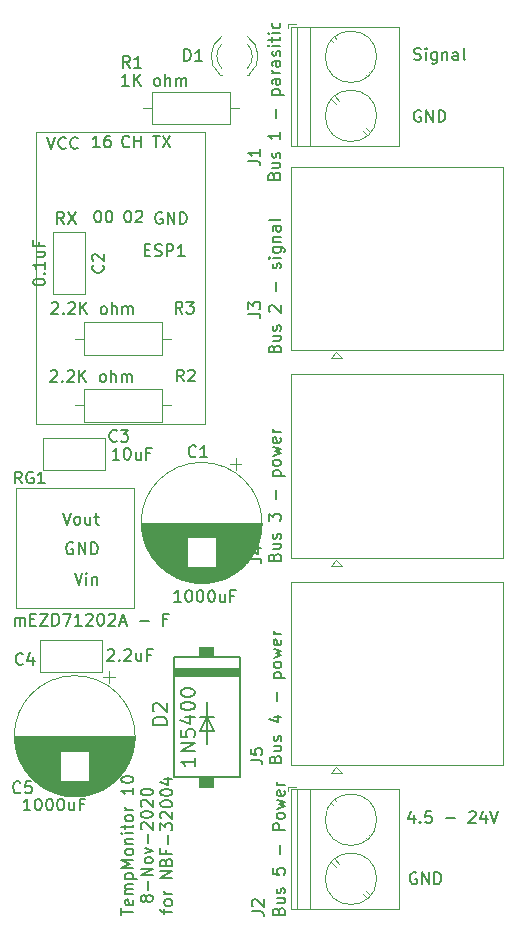
<source format=gbr>
G04 #@! TF.GenerationSoftware,KiCad,Pcbnew,(5.1.2)-2*
G04 #@! TF.CreationDate,2020-11-08T21:10:06-06:00*
G04 #@! TF.ProjectId,TempMonitor10PCB,54656d70-4d6f-46e6-9974-6f7231305043,rev?*
G04 #@! TF.SameCoordinates,Original*
G04 #@! TF.FileFunction,Legend,Top*
G04 #@! TF.FilePolarity,Positive*
%FSLAX46Y46*%
G04 Gerber Fmt 4.6, Leading zero omitted, Abs format (unit mm)*
G04 Created by KiCad (PCBNEW (5.1.2)-2) date 2020-11-08 21:10:06*
%MOMM*%
%LPD*%
G04 APERTURE LIST*
%ADD10C,0.150000*%
%ADD11C,0.120000*%
%ADD12C,0.152400*%
%ADD13C,0.100000*%
%ADD14C,0.127000*%
G04 APERTURE END LIST*
D10*
X84141085Y-117362314D02*
X84141085Y-118028980D01*
X83902990Y-116981361D02*
X83664895Y-117695647D01*
X84283942Y-117695647D01*
X84664895Y-117933742D02*
X84712514Y-117981361D01*
X84664895Y-118028980D01*
X84617276Y-117981361D01*
X84664895Y-117933742D01*
X84664895Y-118028980D01*
X85617276Y-117028980D02*
X85141085Y-117028980D01*
X85093466Y-117505171D01*
X85141085Y-117457552D01*
X85236323Y-117409933D01*
X85474419Y-117409933D01*
X85569657Y-117457552D01*
X85617276Y-117505171D01*
X85664895Y-117600409D01*
X85664895Y-117838504D01*
X85617276Y-117933742D01*
X85569657Y-117981361D01*
X85474419Y-118028980D01*
X85236323Y-118028980D01*
X85141085Y-117981361D01*
X85093466Y-117933742D01*
X86855371Y-117648028D02*
X87617276Y-117648028D01*
X88807752Y-117124219D02*
X88855371Y-117076600D01*
X88950609Y-117028980D01*
X89188704Y-117028980D01*
X89283942Y-117076600D01*
X89331561Y-117124219D01*
X89379180Y-117219457D01*
X89379180Y-117314695D01*
X89331561Y-117457552D01*
X88760133Y-118028980D01*
X89379180Y-118028980D01*
X90236323Y-117362314D02*
X90236323Y-118028980D01*
X89998228Y-116981361D02*
X89760133Y-117695647D01*
X90379180Y-117695647D01*
X90617276Y-117028980D02*
X90950609Y-118028980D01*
X91283942Y-117028980D01*
X84353495Y-122258200D02*
X84258257Y-122210580D01*
X84115400Y-122210580D01*
X83972542Y-122258200D01*
X83877304Y-122353438D01*
X83829685Y-122448676D01*
X83782066Y-122639152D01*
X83782066Y-122782009D01*
X83829685Y-122972485D01*
X83877304Y-123067723D01*
X83972542Y-123162961D01*
X84115400Y-123210580D01*
X84210638Y-123210580D01*
X84353495Y-123162961D01*
X84401114Y-123115342D01*
X84401114Y-122782009D01*
X84210638Y-122782009D01*
X84829685Y-123210580D02*
X84829685Y-122210580D01*
X85401114Y-123210580D01*
X85401114Y-122210580D01*
X85877304Y-123210580D02*
X85877304Y-122210580D01*
X86115400Y-122210580D01*
X86258257Y-122258200D01*
X86353495Y-122353438D01*
X86401114Y-122448676D01*
X86448733Y-122639152D01*
X86448733Y-122782009D01*
X86401114Y-122972485D01*
X86353495Y-123067723D01*
X86258257Y-123162961D01*
X86115400Y-123210580D01*
X85877304Y-123210580D01*
X84709095Y-57716800D02*
X84613857Y-57669180D01*
X84471000Y-57669180D01*
X84328142Y-57716800D01*
X84232904Y-57812038D01*
X84185285Y-57907276D01*
X84137666Y-58097752D01*
X84137666Y-58240609D01*
X84185285Y-58431085D01*
X84232904Y-58526323D01*
X84328142Y-58621561D01*
X84471000Y-58669180D01*
X84566238Y-58669180D01*
X84709095Y-58621561D01*
X84756714Y-58573942D01*
X84756714Y-58240609D01*
X84566238Y-58240609D01*
X85185285Y-58669180D02*
X85185285Y-57669180D01*
X85756714Y-58669180D01*
X85756714Y-57669180D01*
X86232904Y-58669180D02*
X86232904Y-57669180D01*
X86471000Y-57669180D01*
X86613857Y-57716800D01*
X86709095Y-57812038D01*
X86756714Y-57907276D01*
X86804333Y-58097752D01*
X86804333Y-58240609D01*
X86756714Y-58431085D01*
X86709095Y-58526323D01*
X86613857Y-58621561D01*
X86471000Y-58669180D01*
X86232904Y-58669180D01*
X84166342Y-53389161D02*
X84309200Y-53436780D01*
X84547295Y-53436780D01*
X84642533Y-53389161D01*
X84690152Y-53341542D01*
X84737771Y-53246304D01*
X84737771Y-53151066D01*
X84690152Y-53055828D01*
X84642533Y-53008209D01*
X84547295Y-52960590D01*
X84356819Y-52912971D01*
X84261580Y-52865352D01*
X84213961Y-52817733D01*
X84166342Y-52722495D01*
X84166342Y-52627257D01*
X84213961Y-52532019D01*
X84261580Y-52484400D01*
X84356819Y-52436780D01*
X84594914Y-52436780D01*
X84737771Y-52484400D01*
X85166342Y-53436780D02*
X85166342Y-52770114D01*
X85166342Y-52436780D02*
X85118723Y-52484400D01*
X85166342Y-52532019D01*
X85213961Y-52484400D01*
X85166342Y-52436780D01*
X85166342Y-52532019D01*
X86071104Y-52770114D02*
X86071104Y-53579638D01*
X86023485Y-53674876D01*
X85975866Y-53722495D01*
X85880628Y-53770114D01*
X85737771Y-53770114D01*
X85642533Y-53722495D01*
X86071104Y-53389161D02*
X85975866Y-53436780D01*
X85785390Y-53436780D01*
X85690152Y-53389161D01*
X85642533Y-53341542D01*
X85594914Y-53246304D01*
X85594914Y-52960590D01*
X85642533Y-52865352D01*
X85690152Y-52817733D01*
X85785390Y-52770114D01*
X85975866Y-52770114D01*
X86071104Y-52817733D01*
X86547295Y-52770114D02*
X86547295Y-53436780D01*
X86547295Y-52865352D02*
X86594914Y-52817733D01*
X86690152Y-52770114D01*
X86833009Y-52770114D01*
X86928247Y-52817733D01*
X86975866Y-52912971D01*
X86975866Y-53436780D01*
X87880628Y-53436780D02*
X87880628Y-52912971D01*
X87833009Y-52817733D01*
X87737771Y-52770114D01*
X87547295Y-52770114D01*
X87452057Y-52817733D01*
X87880628Y-53389161D02*
X87785390Y-53436780D01*
X87547295Y-53436780D01*
X87452057Y-53389161D01*
X87404438Y-53293923D01*
X87404438Y-53198685D01*
X87452057Y-53103447D01*
X87547295Y-53055828D01*
X87785390Y-53055828D01*
X87880628Y-53008209D01*
X88499676Y-53436780D02*
X88404438Y-53389161D01*
X88356819Y-53293923D01*
X88356819Y-52436780D01*
X59371980Y-125841971D02*
X59371980Y-125270542D01*
X60371980Y-125556257D02*
X59371980Y-125556257D01*
X60324361Y-124556257D02*
X60371980Y-124651495D01*
X60371980Y-124841971D01*
X60324361Y-124937209D01*
X60229123Y-124984828D01*
X59848171Y-124984828D01*
X59752933Y-124937209D01*
X59705314Y-124841971D01*
X59705314Y-124651495D01*
X59752933Y-124556257D01*
X59848171Y-124508638D01*
X59943409Y-124508638D01*
X60038647Y-124984828D01*
X60371980Y-124080066D02*
X59705314Y-124080066D01*
X59800552Y-124080066D02*
X59752933Y-124032447D01*
X59705314Y-123937209D01*
X59705314Y-123794352D01*
X59752933Y-123699114D01*
X59848171Y-123651495D01*
X60371980Y-123651495D01*
X59848171Y-123651495D02*
X59752933Y-123603876D01*
X59705314Y-123508638D01*
X59705314Y-123365780D01*
X59752933Y-123270542D01*
X59848171Y-123222923D01*
X60371980Y-123222923D01*
X59705314Y-122746733D02*
X60705314Y-122746733D01*
X59752933Y-122746733D02*
X59705314Y-122651495D01*
X59705314Y-122461019D01*
X59752933Y-122365780D01*
X59800552Y-122318161D01*
X59895790Y-122270542D01*
X60181504Y-122270542D01*
X60276742Y-122318161D01*
X60324361Y-122365780D01*
X60371980Y-122461019D01*
X60371980Y-122651495D01*
X60324361Y-122746733D01*
X60371980Y-121841971D02*
X59371980Y-121841971D01*
X60086266Y-121508638D01*
X59371980Y-121175304D01*
X60371980Y-121175304D01*
X60371980Y-120556257D02*
X60324361Y-120651495D01*
X60276742Y-120699114D01*
X60181504Y-120746733D01*
X59895790Y-120746733D01*
X59800552Y-120699114D01*
X59752933Y-120651495D01*
X59705314Y-120556257D01*
X59705314Y-120413400D01*
X59752933Y-120318161D01*
X59800552Y-120270542D01*
X59895790Y-120222923D01*
X60181504Y-120222923D01*
X60276742Y-120270542D01*
X60324361Y-120318161D01*
X60371980Y-120413400D01*
X60371980Y-120556257D01*
X59705314Y-119794352D02*
X60371980Y-119794352D01*
X59800552Y-119794352D02*
X59752933Y-119746733D01*
X59705314Y-119651495D01*
X59705314Y-119508638D01*
X59752933Y-119413400D01*
X59848171Y-119365780D01*
X60371980Y-119365780D01*
X60371980Y-118889590D02*
X59705314Y-118889590D01*
X59371980Y-118889590D02*
X59419600Y-118937209D01*
X59467219Y-118889590D01*
X59419600Y-118841971D01*
X59371980Y-118889590D01*
X59467219Y-118889590D01*
X59705314Y-118556257D02*
X59705314Y-118175304D01*
X59371980Y-118413400D02*
X60229123Y-118413400D01*
X60324361Y-118365780D01*
X60371980Y-118270542D01*
X60371980Y-118175304D01*
X60371980Y-117699114D02*
X60324361Y-117794352D01*
X60276742Y-117841971D01*
X60181504Y-117889590D01*
X59895790Y-117889590D01*
X59800552Y-117841971D01*
X59752933Y-117794352D01*
X59705314Y-117699114D01*
X59705314Y-117556257D01*
X59752933Y-117461019D01*
X59800552Y-117413400D01*
X59895790Y-117365780D01*
X60181504Y-117365780D01*
X60276742Y-117413400D01*
X60324361Y-117461019D01*
X60371980Y-117556257D01*
X60371980Y-117699114D01*
X60371980Y-116937209D02*
X59705314Y-116937209D01*
X59895790Y-116937209D02*
X59800552Y-116889590D01*
X59752933Y-116841971D01*
X59705314Y-116746733D01*
X59705314Y-116651495D01*
X60371980Y-115032447D02*
X60371980Y-115603876D01*
X60371980Y-115318161D02*
X59371980Y-115318161D01*
X59514838Y-115413400D01*
X59610076Y-115508638D01*
X59657695Y-115603876D01*
X59371980Y-114413400D02*
X59371980Y-114318161D01*
X59419600Y-114222923D01*
X59467219Y-114175304D01*
X59562457Y-114127685D01*
X59752933Y-114080066D01*
X59991028Y-114080066D01*
X60181504Y-114127685D01*
X60276742Y-114175304D01*
X60324361Y-114222923D01*
X60371980Y-114318161D01*
X60371980Y-114413400D01*
X60324361Y-114508638D01*
X60276742Y-114556257D01*
X60181504Y-114603876D01*
X59991028Y-114651495D01*
X59752933Y-114651495D01*
X59562457Y-114603876D01*
X59467219Y-114556257D01*
X59419600Y-114508638D01*
X59371980Y-114413400D01*
X61450552Y-124508638D02*
X61402933Y-124603876D01*
X61355314Y-124651495D01*
X61260076Y-124699114D01*
X61212457Y-124699114D01*
X61117219Y-124651495D01*
X61069600Y-124603876D01*
X61021980Y-124508638D01*
X61021980Y-124318161D01*
X61069600Y-124222923D01*
X61117219Y-124175304D01*
X61212457Y-124127685D01*
X61260076Y-124127685D01*
X61355314Y-124175304D01*
X61402933Y-124222923D01*
X61450552Y-124318161D01*
X61450552Y-124508638D01*
X61498171Y-124603876D01*
X61545790Y-124651495D01*
X61641028Y-124699114D01*
X61831504Y-124699114D01*
X61926742Y-124651495D01*
X61974361Y-124603876D01*
X62021980Y-124508638D01*
X62021980Y-124318161D01*
X61974361Y-124222923D01*
X61926742Y-124175304D01*
X61831504Y-124127685D01*
X61641028Y-124127685D01*
X61545790Y-124175304D01*
X61498171Y-124222923D01*
X61450552Y-124318161D01*
X61641028Y-123699114D02*
X61641028Y-122937209D01*
X62021980Y-122461019D02*
X61021980Y-122461019D01*
X62021980Y-121889590D01*
X61021980Y-121889590D01*
X62021980Y-121270542D02*
X61974361Y-121365780D01*
X61926742Y-121413400D01*
X61831504Y-121461019D01*
X61545790Y-121461019D01*
X61450552Y-121413400D01*
X61402933Y-121365780D01*
X61355314Y-121270542D01*
X61355314Y-121127685D01*
X61402933Y-121032447D01*
X61450552Y-120984828D01*
X61545790Y-120937209D01*
X61831504Y-120937209D01*
X61926742Y-120984828D01*
X61974361Y-121032447D01*
X62021980Y-121127685D01*
X62021980Y-121270542D01*
X61355314Y-120603876D02*
X62021980Y-120365780D01*
X61355314Y-120127685D01*
X61641028Y-119746733D02*
X61641028Y-118984828D01*
X61117219Y-118556257D02*
X61069600Y-118508638D01*
X61021980Y-118413400D01*
X61021980Y-118175304D01*
X61069600Y-118080066D01*
X61117219Y-118032447D01*
X61212457Y-117984828D01*
X61307695Y-117984828D01*
X61450552Y-118032447D01*
X62021980Y-118603876D01*
X62021980Y-117984828D01*
X61021980Y-117365780D02*
X61021980Y-117270542D01*
X61069600Y-117175304D01*
X61117219Y-117127685D01*
X61212457Y-117080066D01*
X61402933Y-117032447D01*
X61641028Y-117032447D01*
X61831504Y-117080066D01*
X61926742Y-117127685D01*
X61974361Y-117175304D01*
X62021980Y-117270542D01*
X62021980Y-117365780D01*
X61974361Y-117461019D01*
X61926742Y-117508638D01*
X61831504Y-117556257D01*
X61641028Y-117603876D01*
X61402933Y-117603876D01*
X61212457Y-117556257D01*
X61117219Y-117508638D01*
X61069600Y-117461019D01*
X61021980Y-117365780D01*
X61117219Y-116651495D02*
X61069600Y-116603876D01*
X61021980Y-116508638D01*
X61021980Y-116270542D01*
X61069600Y-116175304D01*
X61117219Y-116127685D01*
X61212457Y-116080066D01*
X61307695Y-116080066D01*
X61450552Y-116127685D01*
X62021980Y-116699114D01*
X62021980Y-116080066D01*
X61021980Y-115461019D02*
X61021980Y-115365780D01*
X61069600Y-115270542D01*
X61117219Y-115222923D01*
X61212457Y-115175304D01*
X61402933Y-115127685D01*
X61641028Y-115127685D01*
X61831504Y-115175304D01*
X61926742Y-115222923D01*
X61974361Y-115270542D01*
X62021980Y-115365780D01*
X62021980Y-115461019D01*
X61974361Y-115556257D01*
X61926742Y-115603876D01*
X61831504Y-115651495D01*
X61641028Y-115699114D01*
X61402933Y-115699114D01*
X61212457Y-115651495D01*
X61117219Y-115603876D01*
X61069600Y-115556257D01*
X61021980Y-115461019D01*
X63005314Y-125699114D02*
X63005314Y-125318161D01*
X63671980Y-125556257D02*
X62814838Y-125556257D01*
X62719600Y-125508638D01*
X62671980Y-125413400D01*
X62671980Y-125318161D01*
X63671980Y-124841971D02*
X63624361Y-124937209D01*
X63576742Y-124984828D01*
X63481504Y-125032447D01*
X63195790Y-125032447D01*
X63100552Y-124984828D01*
X63052933Y-124937209D01*
X63005314Y-124841971D01*
X63005314Y-124699114D01*
X63052933Y-124603876D01*
X63100552Y-124556257D01*
X63195790Y-124508638D01*
X63481504Y-124508638D01*
X63576742Y-124556257D01*
X63624361Y-124603876D01*
X63671980Y-124699114D01*
X63671980Y-124841971D01*
X63671980Y-124080066D02*
X63005314Y-124080066D01*
X63195790Y-124080066D02*
X63100552Y-124032447D01*
X63052933Y-123984828D01*
X63005314Y-123889590D01*
X63005314Y-123794352D01*
X63671980Y-122699114D02*
X62671980Y-122699114D01*
X63671980Y-122127685D01*
X62671980Y-122127685D01*
X63148171Y-121318161D02*
X63195790Y-121175304D01*
X63243409Y-121127685D01*
X63338647Y-121080066D01*
X63481504Y-121080066D01*
X63576742Y-121127685D01*
X63624361Y-121175304D01*
X63671980Y-121270542D01*
X63671980Y-121651495D01*
X62671980Y-121651495D01*
X62671980Y-121318161D01*
X62719600Y-121222923D01*
X62767219Y-121175304D01*
X62862457Y-121127685D01*
X62957695Y-121127685D01*
X63052933Y-121175304D01*
X63100552Y-121222923D01*
X63148171Y-121318161D01*
X63148171Y-121651495D01*
X63148171Y-120318161D02*
X63148171Y-120651495D01*
X63671980Y-120651495D02*
X62671980Y-120651495D01*
X62671980Y-120175304D01*
X63291028Y-119794352D02*
X63291028Y-119032447D01*
X62671980Y-118651495D02*
X62671980Y-118032447D01*
X63052933Y-118365780D01*
X63052933Y-118222923D01*
X63100552Y-118127685D01*
X63148171Y-118080066D01*
X63243409Y-118032447D01*
X63481504Y-118032447D01*
X63576742Y-118080066D01*
X63624361Y-118127685D01*
X63671980Y-118222923D01*
X63671980Y-118508638D01*
X63624361Y-118603876D01*
X63576742Y-118651495D01*
X62767219Y-117651495D02*
X62719600Y-117603876D01*
X62671980Y-117508638D01*
X62671980Y-117270542D01*
X62719600Y-117175304D01*
X62767219Y-117127685D01*
X62862457Y-117080066D01*
X62957695Y-117080066D01*
X63100552Y-117127685D01*
X63671980Y-117699114D01*
X63671980Y-117080066D01*
X62671980Y-116461019D02*
X62671980Y-116365780D01*
X62719600Y-116270542D01*
X62767219Y-116222923D01*
X62862457Y-116175304D01*
X63052933Y-116127685D01*
X63291028Y-116127685D01*
X63481504Y-116175304D01*
X63576742Y-116222923D01*
X63624361Y-116270542D01*
X63671980Y-116365780D01*
X63671980Y-116461019D01*
X63624361Y-116556257D01*
X63576742Y-116603876D01*
X63481504Y-116651495D01*
X63291028Y-116699114D01*
X63052933Y-116699114D01*
X62862457Y-116651495D01*
X62767219Y-116603876D01*
X62719600Y-116556257D01*
X62671980Y-116461019D01*
X62671980Y-115508638D02*
X62671980Y-115413400D01*
X62719600Y-115318161D01*
X62767219Y-115270542D01*
X62862457Y-115222923D01*
X63052933Y-115175304D01*
X63291028Y-115175304D01*
X63481504Y-115222923D01*
X63576742Y-115270542D01*
X63624361Y-115318161D01*
X63671980Y-115413400D01*
X63671980Y-115508638D01*
X63624361Y-115603876D01*
X63576742Y-115651495D01*
X63481504Y-115699114D01*
X63291028Y-115746733D01*
X63052933Y-115746733D01*
X62862457Y-115699114D01*
X62767219Y-115651495D01*
X62719600Y-115603876D01*
X62671980Y-115508638D01*
X63005314Y-114318161D02*
X63671980Y-114318161D01*
X62624361Y-114556257D02*
X63338647Y-114794352D01*
X63338647Y-114175304D01*
D11*
X73516200Y-114954400D02*
X73516200Y-115354400D01*
X74156200Y-114954400D02*
X73516200Y-114954400D01*
X77824200Y-121496400D02*
X77428200Y-121101400D01*
X80470200Y-124142400D02*
X80090200Y-123762400D01*
X77542200Y-121747400D02*
X77162200Y-121367400D01*
X80204200Y-124408400D02*
X79808200Y-124013400D01*
X77535200Y-116206400D02*
X77428200Y-116100400D01*
X80470200Y-119142400D02*
X80363200Y-119035400D01*
X77269200Y-116472400D02*
X77162200Y-116366400D01*
X80204200Y-119408400D02*
X80097200Y-119301400D01*
X82876200Y-125314400D02*
X73756200Y-125314400D01*
X82876200Y-115194400D02*
X73756200Y-115194400D01*
X73756200Y-115194400D02*
X73756200Y-125314400D01*
X82876200Y-115194400D02*
X82876200Y-125314400D01*
X75316200Y-115194400D02*
X75316200Y-125314400D01*
X74216200Y-115194400D02*
X74216200Y-125314400D01*
X80996200Y-122754400D02*
G75*
G03X80996200Y-122754400I-2180000J0D01*
G01*
X80996200Y-117754400D02*
G75*
G03X80996200Y-117754400I-2180000J0D01*
G01*
X73706200Y-113112600D02*
X91666200Y-113112600D01*
X73706200Y-97592600D02*
X73706200Y-113112600D01*
X73706200Y-97592600D02*
X91666200Y-97592600D01*
X91666200Y-113112600D02*
X91666200Y-97592600D01*
X77586200Y-113297600D02*
X77086200Y-113797600D01*
X77086200Y-113797600D02*
X78086200Y-113797600D01*
X78086200Y-113797600D02*
X77586200Y-113297600D01*
X73706200Y-95555800D02*
X91666200Y-95555800D01*
X73706200Y-80035800D02*
X73706200Y-95555800D01*
X73706200Y-80035800D02*
X91666200Y-80035800D01*
X91666200Y-95555800D02*
X91666200Y-80035800D01*
X77586200Y-95740800D02*
X77086200Y-96240800D01*
X77086200Y-96240800D02*
X78086200Y-96240800D01*
X78086200Y-96240800D02*
X77586200Y-95740800D01*
X73706200Y-77999000D02*
X91666200Y-77999000D01*
X73706200Y-62479000D02*
X73706200Y-77999000D01*
X73706200Y-62479000D02*
X91666200Y-62479000D01*
X91666200Y-77999000D02*
X91666200Y-62479000D01*
X77586200Y-78184000D02*
X77086200Y-78684000D01*
X77086200Y-78684000D02*
X78086200Y-78684000D01*
X78086200Y-78684000D02*
X77586200Y-78184000D01*
X73516200Y-50362200D02*
X73516200Y-50762200D01*
X74156200Y-50362200D02*
X73516200Y-50362200D01*
X77824200Y-56904200D02*
X77428200Y-56509200D01*
X80470200Y-59550200D02*
X80090200Y-59170200D01*
X77542200Y-57155200D02*
X77162200Y-56775200D01*
X80204200Y-59816200D02*
X79808200Y-59421200D01*
X77535200Y-51614200D02*
X77428200Y-51508200D01*
X80470200Y-54550200D02*
X80363200Y-54443200D01*
X77269200Y-51880200D02*
X77162200Y-51774200D01*
X80204200Y-54816200D02*
X80097200Y-54709200D01*
X82876200Y-60722200D02*
X73756200Y-60722200D01*
X82876200Y-50602200D02*
X73756200Y-50602200D01*
X73756200Y-50602200D02*
X73756200Y-60722200D01*
X82876200Y-50602200D02*
X82876200Y-60722200D01*
X75316200Y-50602200D02*
X75316200Y-60722200D01*
X74216200Y-50602200D02*
X74216200Y-60722200D01*
X80996200Y-58162200D02*
G75*
G03X80996200Y-58162200I-2180000J0D01*
G01*
X80996200Y-53162200D02*
G75*
G03X80996200Y-53162200I-2180000J0D01*
G01*
X50441599Y-99835401D02*
X60441599Y-99835401D01*
X50441599Y-89635401D02*
X60441599Y-89635401D01*
X60441599Y-99835401D02*
X60441599Y-89635401D01*
X50441599Y-99835401D02*
X50441599Y-89635401D01*
X55472200Y-77012800D02*
X56242200Y-77012800D01*
X63552200Y-77012800D02*
X62782200Y-77012800D01*
X56242200Y-78382800D02*
X62782200Y-78382800D01*
X56242200Y-75642800D02*
X56242200Y-78382800D01*
X62782200Y-75642800D02*
X56242200Y-75642800D01*
X62782200Y-78382800D02*
X62782200Y-75642800D01*
X55472200Y-82677000D02*
X56242200Y-82677000D01*
X63552200Y-82677000D02*
X62782200Y-82677000D01*
X56242200Y-84047000D02*
X62782200Y-84047000D01*
X56242200Y-81307000D02*
X56242200Y-84047000D01*
X62782200Y-81307000D02*
X56242200Y-81307000D01*
X62782200Y-84047000D02*
X62782200Y-81307000D01*
X61238000Y-57505600D02*
X62008000Y-57505600D01*
X69318000Y-57505600D02*
X68548000Y-57505600D01*
X62008000Y-58875600D02*
X68548000Y-58875600D01*
X62008000Y-56135600D02*
X62008000Y-58875600D01*
X68548000Y-56135600D02*
X62008000Y-56135600D01*
X68548000Y-58875600D02*
X68548000Y-56135600D01*
X66446200Y-59486800D02*
X66446200Y-84286800D01*
X52146200Y-59486800D02*
X52146200Y-84286800D01*
X52146200Y-84286800D02*
X66446200Y-84286800D01*
X52146200Y-59486800D02*
X66446200Y-59486800D01*
D12*
X66598800Y-107823000D02*
X66598800Y-109093000D01*
X67183000Y-109093000D02*
X66598800Y-109093000D01*
X66598800Y-109093000D02*
X67183000Y-110236000D01*
X67183000Y-110236000D02*
X66014600Y-110236000D01*
X66014600Y-110236000D02*
X66598800Y-109093000D01*
X66598800Y-109093000D02*
X66598800Y-111379000D01*
X66598800Y-109093000D02*
X66014600Y-109093000D01*
X63804800Y-104013000D02*
X69392800Y-104013000D01*
X69392800Y-114173000D02*
X63804800Y-114173000D01*
X69392800Y-104013000D02*
X69392800Y-114173000D01*
X63804800Y-114173000D02*
X63804800Y-104013000D01*
D13*
G36*
X63804800Y-104902000D02*
G01*
X63804800Y-105664000D01*
X69392800Y-105664000D01*
X69392800Y-104902000D01*
X63804800Y-104902000D01*
G37*
G36*
X65963800Y-103124000D02*
G01*
X65963800Y-104013000D01*
X67233800Y-104013000D01*
X67233800Y-103124000D01*
X65963800Y-103124000D01*
G37*
G36*
X65963800Y-114173000D02*
G01*
X65963800Y-115062000D01*
X67233800Y-115062000D01*
X67233800Y-114173000D01*
X65963800Y-114173000D01*
G37*
D11*
X70041000Y-54671400D02*
X70197000Y-54671400D01*
X67725000Y-54671400D02*
X67881000Y-54671400D01*
X70040837Y-52070270D02*
G75*
G02X70041000Y-54152361I-1079837J-1041130D01*
G01*
X67881163Y-52070270D02*
G75*
G03X67881000Y-54152361I1079837J-1041130D01*
G01*
X70039608Y-51439065D02*
G75*
G02X70196516Y-54671400I-1078608J-1672335D01*
G01*
X67882392Y-51439065D02*
G75*
G03X67725484Y-54671400I1078608J-1672335D01*
G01*
X58797800Y-105698954D02*
X57797800Y-105698954D01*
X58297800Y-105198954D02*
X58297800Y-106198954D01*
X56021800Y-115759600D02*
X54823800Y-115759600D01*
X56284800Y-115719600D02*
X54560800Y-115719600D01*
X56484800Y-115679600D02*
X54360800Y-115679600D01*
X56652800Y-115639600D02*
X54192800Y-115639600D01*
X56800800Y-115599600D02*
X54044800Y-115599600D01*
X56932800Y-115559600D02*
X53912800Y-115559600D01*
X57052800Y-115519600D02*
X53792800Y-115519600D01*
X57164800Y-115479600D02*
X53680800Y-115479600D01*
X57268800Y-115439600D02*
X53576800Y-115439600D01*
X57366800Y-115399600D02*
X53478800Y-115399600D01*
X57459800Y-115359600D02*
X53385800Y-115359600D01*
X57547800Y-115319600D02*
X53297800Y-115319600D01*
X57631800Y-115279600D02*
X53213800Y-115279600D01*
X57711800Y-115239600D02*
X53133800Y-115239600D01*
X57787800Y-115199600D02*
X53057800Y-115199600D01*
X57861800Y-115159600D02*
X52983800Y-115159600D01*
X57932800Y-115119600D02*
X52912800Y-115119600D01*
X58001800Y-115079600D02*
X52843800Y-115079600D01*
X58067800Y-115039600D02*
X52777800Y-115039600D01*
X58131800Y-114999600D02*
X52713800Y-114999600D01*
X58192800Y-114959600D02*
X52652800Y-114959600D01*
X58252800Y-114919600D02*
X52592800Y-114919600D01*
X58311800Y-114879600D02*
X52533800Y-114879600D01*
X58367800Y-114839600D02*
X52477800Y-114839600D01*
X58422800Y-114799600D02*
X52422800Y-114799600D01*
X58476800Y-114759600D02*
X52368800Y-114759600D01*
X58528800Y-114719600D02*
X52316800Y-114719600D01*
X58578800Y-114679600D02*
X52266800Y-114679600D01*
X58628800Y-114639600D02*
X52216800Y-114639600D01*
X58676800Y-114599600D02*
X52168800Y-114599600D01*
X58723800Y-114559600D02*
X52121800Y-114559600D01*
X58769800Y-114519600D02*
X52075800Y-114519600D01*
X58814800Y-114479600D02*
X52030800Y-114479600D01*
X58858800Y-114439600D02*
X51986800Y-114439600D01*
X54181800Y-114399600D02*
X51944800Y-114399600D01*
X58900800Y-114399600D02*
X56663800Y-114399600D01*
X54181800Y-114359600D02*
X51902800Y-114359600D01*
X58942800Y-114359600D02*
X56663800Y-114359600D01*
X54181800Y-114319600D02*
X51861800Y-114319600D01*
X58983800Y-114319600D02*
X56663800Y-114319600D01*
X54181800Y-114279600D02*
X51821800Y-114279600D01*
X59023800Y-114279600D02*
X56663800Y-114279600D01*
X54181800Y-114239600D02*
X51782800Y-114239600D01*
X59062800Y-114239600D02*
X56663800Y-114239600D01*
X54181800Y-114199600D02*
X51743800Y-114199600D01*
X59101800Y-114199600D02*
X56663800Y-114199600D01*
X54181800Y-114159600D02*
X51706800Y-114159600D01*
X59138800Y-114159600D02*
X56663800Y-114159600D01*
X54181800Y-114119600D02*
X51669800Y-114119600D01*
X59175800Y-114119600D02*
X56663800Y-114119600D01*
X54181800Y-114079600D02*
X51633800Y-114079600D01*
X59211800Y-114079600D02*
X56663800Y-114079600D01*
X54181800Y-114039600D02*
X51598800Y-114039600D01*
X59246800Y-114039600D02*
X56663800Y-114039600D01*
X54181800Y-113999600D02*
X51564800Y-113999600D01*
X59280800Y-113999600D02*
X56663800Y-113999600D01*
X54181800Y-113959600D02*
X51530800Y-113959600D01*
X59314800Y-113959600D02*
X56663800Y-113959600D01*
X54181800Y-113919600D02*
X51497800Y-113919600D01*
X59347800Y-113919600D02*
X56663800Y-113919600D01*
X54181800Y-113879600D02*
X51465800Y-113879600D01*
X59379800Y-113879600D02*
X56663800Y-113879600D01*
X54181800Y-113839600D02*
X51433800Y-113839600D01*
X59411800Y-113839600D02*
X56663800Y-113839600D01*
X54181800Y-113799600D02*
X51402800Y-113799600D01*
X59442800Y-113799600D02*
X56663800Y-113799600D01*
X54181800Y-113759600D02*
X51372800Y-113759600D01*
X59472800Y-113759600D02*
X56663800Y-113759600D01*
X54181800Y-113719600D02*
X51342800Y-113719600D01*
X59502800Y-113719600D02*
X56663800Y-113719600D01*
X54181800Y-113679600D02*
X51312800Y-113679600D01*
X59532800Y-113679600D02*
X56663800Y-113679600D01*
X54181800Y-113639600D02*
X51284800Y-113639600D01*
X59560800Y-113639600D02*
X56663800Y-113639600D01*
X54181800Y-113599600D02*
X51256800Y-113599600D01*
X59588800Y-113599600D02*
X56663800Y-113599600D01*
X54181800Y-113559600D02*
X51228800Y-113559600D01*
X59616800Y-113559600D02*
X56663800Y-113559600D01*
X54181800Y-113519600D02*
X51201800Y-113519600D01*
X59643800Y-113519600D02*
X56663800Y-113519600D01*
X54181800Y-113479600D02*
X51175800Y-113479600D01*
X59669800Y-113479600D02*
X56663800Y-113479600D01*
X54181800Y-113439600D02*
X51149800Y-113439600D01*
X59695800Y-113439600D02*
X56663800Y-113439600D01*
X54181800Y-113399600D02*
X51124800Y-113399600D01*
X59720800Y-113399600D02*
X56663800Y-113399600D01*
X54181800Y-113359600D02*
X51099800Y-113359600D01*
X59745800Y-113359600D02*
X56663800Y-113359600D01*
X54181800Y-113319600D02*
X51075800Y-113319600D01*
X59769800Y-113319600D02*
X56663800Y-113319600D01*
X54181800Y-113279600D02*
X51051800Y-113279600D01*
X59793800Y-113279600D02*
X56663800Y-113279600D01*
X54181800Y-113239600D02*
X51027800Y-113239600D01*
X59817800Y-113239600D02*
X56663800Y-113239600D01*
X54181800Y-113199600D02*
X51005800Y-113199600D01*
X59839800Y-113199600D02*
X56663800Y-113199600D01*
X54181800Y-113159600D02*
X50982800Y-113159600D01*
X59862800Y-113159600D02*
X56663800Y-113159600D01*
X54181800Y-113119600D02*
X50960800Y-113119600D01*
X59884800Y-113119600D02*
X56663800Y-113119600D01*
X54181800Y-113079600D02*
X50939800Y-113079600D01*
X59905800Y-113079600D02*
X56663800Y-113079600D01*
X54181800Y-113039600D02*
X50918800Y-113039600D01*
X59926800Y-113039600D02*
X56663800Y-113039600D01*
X54181800Y-112999600D02*
X50897800Y-112999600D01*
X59947800Y-112999600D02*
X56663800Y-112999600D01*
X54181800Y-112959600D02*
X50877800Y-112959600D01*
X59967800Y-112959600D02*
X56663800Y-112959600D01*
X54181800Y-112919600D02*
X50858800Y-112919600D01*
X59986800Y-112919600D02*
X56663800Y-112919600D01*
X54181800Y-112879600D02*
X50838800Y-112879600D01*
X60006800Y-112879600D02*
X56663800Y-112879600D01*
X54181800Y-112839600D02*
X50819800Y-112839600D01*
X60025800Y-112839600D02*
X56663800Y-112839600D01*
X54181800Y-112799600D02*
X50801800Y-112799600D01*
X60043800Y-112799600D02*
X56663800Y-112799600D01*
X54181800Y-112759600D02*
X50783800Y-112759600D01*
X60061800Y-112759600D02*
X56663800Y-112759600D01*
X54181800Y-112719600D02*
X50765800Y-112719600D01*
X60079800Y-112719600D02*
X56663800Y-112719600D01*
X54181800Y-112679600D02*
X50748800Y-112679600D01*
X60096800Y-112679600D02*
X56663800Y-112679600D01*
X54181800Y-112639600D02*
X50732800Y-112639600D01*
X60112800Y-112639600D02*
X56663800Y-112639600D01*
X54181800Y-112599600D02*
X50715800Y-112599600D01*
X60129800Y-112599600D02*
X56663800Y-112599600D01*
X54181800Y-112559600D02*
X50699800Y-112559600D01*
X60145800Y-112559600D02*
X56663800Y-112559600D01*
X54181800Y-112519600D02*
X50684800Y-112519600D01*
X60160800Y-112519600D02*
X56663800Y-112519600D01*
X54181800Y-112479600D02*
X50668800Y-112479600D01*
X60176800Y-112479600D02*
X56663800Y-112479600D01*
X54181800Y-112439600D02*
X50654800Y-112439600D01*
X60190800Y-112439600D02*
X56663800Y-112439600D01*
X54181800Y-112399600D02*
X50639800Y-112399600D01*
X60205800Y-112399600D02*
X56663800Y-112399600D01*
X54181800Y-112359600D02*
X50625800Y-112359600D01*
X60219800Y-112359600D02*
X56663800Y-112359600D01*
X54181800Y-112319600D02*
X50611800Y-112319600D01*
X60233800Y-112319600D02*
X56663800Y-112319600D01*
X54181800Y-112279600D02*
X50598800Y-112279600D01*
X60246800Y-112279600D02*
X56663800Y-112279600D01*
X54181800Y-112239600D02*
X50585800Y-112239600D01*
X60259800Y-112239600D02*
X56663800Y-112239600D01*
X54181800Y-112199600D02*
X50572800Y-112199600D01*
X60272800Y-112199600D02*
X56663800Y-112199600D01*
X54181800Y-112159600D02*
X50560800Y-112159600D01*
X60284800Y-112159600D02*
X56663800Y-112159600D01*
X54181800Y-112119600D02*
X50548800Y-112119600D01*
X60296800Y-112119600D02*
X56663800Y-112119600D01*
X54181800Y-112079600D02*
X50537800Y-112079600D01*
X60307800Y-112079600D02*
X56663800Y-112079600D01*
X54181800Y-112039600D02*
X50525800Y-112039600D01*
X60319800Y-112039600D02*
X56663800Y-112039600D01*
X54181800Y-111999600D02*
X50515800Y-111999600D01*
X60329800Y-111999600D02*
X56663800Y-111999600D01*
X54181800Y-111959600D02*
X50504800Y-111959600D01*
X60340800Y-111959600D02*
X56663800Y-111959600D01*
X60350800Y-111919600D02*
X50494800Y-111919600D01*
X60360800Y-111879600D02*
X50484800Y-111879600D01*
X60369800Y-111839600D02*
X50475800Y-111839600D01*
X60378800Y-111799600D02*
X50466800Y-111799600D01*
X60387800Y-111759600D02*
X50457800Y-111759600D01*
X60396800Y-111719600D02*
X50448800Y-111719600D01*
X60404800Y-111679600D02*
X50440800Y-111679600D01*
X60412800Y-111639600D02*
X50432800Y-111639600D01*
X60419800Y-111599600D02*
X50425800Y-111599600D01*
X60426800Y-111559600D02*
X50418800Y-111559600D01*
X60433800Y-111519600D02*
X50411800Y-111519600D01*
X60440800Y-111479600D02*
X50404800Y-111479600D01*
X60446800Y-111439600D02*
X50398800Y-111439600D01*
X60452800Y-111399600D02*
X50392800Y-111399600D01*
X60457800Y-111358600D02*
X50387800Y-111358600D01*
X60462800Y-111318600D02*
X50382800Y-111318600D01*
X60467800Y-111278600D02*
X50377800Y-111278600D01*
X60472800Y-111238600D02*
X50372800Y-111238600D01*
X60476800Y-111198600D02*
X50368800Y-111198600D01*
X60480800Y-111158600D02*
X50364800Y-111158600D01*
X60484800Y-111118600D02*
X50360800Y-111118600D01*
X60487800Y-111078600D02*
X50357800Y-111078600D01*
X60490800Y-111038600D02*
X50354800Y-111038600D01*
X60492800Y-110998600D02*
X50352800Y-110998600D01*
X60495800Y-110958600D02*
X50349800Y-110958600D01*
X60497800Y-110918600D02*
X50347800Y-110918600D01*
X60499800Y-110878600D02*
X50345800Y-110878600D01*
X60500800Y-110838600D02*
X50344800Y-110838600D01*
X60501800Y-110798600D02*
X50343800Y-110798600D01*
X60502800Y-110758600D02*
X50342800Y-110758600D01*
X60502800Y-110718600D02*
X50342800Y-110718600D01*
X60502800Y-110678600D02*
X50342800Y-110678600D01*
X60542800Y-110678600D02*
G75*
G03X60542800Y-110678600I-5120000J0D01*
G01*
X52492600Y-105256000D02*
X52492600Y-102516000D01*
X57732600Y-105256000D02*
X57732600Y-102516000D01*
X57732600Y-102516000D02*
X52492600Y-102516000D01*
X57732600Y-105256000D02*
X52492600Y-105256000D01*
X52726600Y-88139524D02*
X52726600Y-85399524D01*
X57966600Y-88139524D02*
X57966600Y-85399524D01*
X57966600Y-85399524D02*
X52726600Y-85399524D01*
X57966600Y-88139524D02*
X52726600Y-88139524D01*
X56310200Y-73262800D02*
X53570200Y-73262800D01*
X56310200Y-68022800D02*
X53570200Y-68022800D01*
X53570200Y-68022800D02*
X53570200Y-73262800D01*
X56310200Y-68022800D02*
X56310200Y-73262800D01*
X69542000Y-87639554D02*
X68542000Y-87639554D01*
X69042000Y-87139554D02*
X69042000Y-88139554D01*
X66766000Y-97700200D02*
X65568000Y-97700200D01*
X67029000Y-97660200D02*
X65305000Y-97660200D01*
X67229000Y-97620200D02*
X65105000Y-97620200D01*
X67397000Y-97580200D02*
X64937000Y-97580200D01*
X67545000Y-97540200D02*
X64789000Y-97540200D01*
X67677000Y-97500200D02*
X64657000Y-97500200D01*
X67797000Y-97460200D02*
X64537000Y-97460200D01*
X67909000Y-97420200D02*
X64425000Y-97420200D01*
X68013000Y-97380200D02*
X64321000Y-97380200D01*
X68111000Y-97340200D02*
X64223000Y-97340200D01*
X68204000Y-97300200D02*
X64130000Y-97300200D01*
X68292000Y-97260200D02*
X64042000Y-97260200D01*
X68376000Y-97220200D02*
X63958000Y-97220200D01*
X68456000Y-97180200D02*
X63878000Y-97180200D01*
X68532000Y-97140200D02*
X63802000Y-97140200D01*
X68606000Y-97100200D02*
X63728000Y-97100200D01*
X68677000Y-97060200D02*
X63657000Y-97060200D01*
X68746000Y-97020200D02*
X63588000Y-97020200D01*
X68812000Y-96980200D02*
X63522000Y-96980200D01*
X68876000Y-96940200D02*
X63458000Y-96940200D01*
X68937000Y-96900200D02*
X63397000Y-96900200D01*
X68997000Y-96860200D02*
X63337000Y-96860200D01*
X69056000Y-96820200D02*
X63278000Y-96820200D01*
X69112000Y-96780200D02*
X63222000Y-96780200D01*
X69167000Y-96740200D02*
X63167000Y-96740200D01*
X69221000Y-96700200D02*
X63113000Y-96700200D01*
X69273000Y-96660200D02*
X63061000Y-96660200D01*
X69323000Y-96620200D02*
X63011000Y-96620200D01*
X69373000Y-96580200D02*
X62961000Y-96580200D01*
X69421000Y-96540200D02*
X62913000Y-96540200D01*
X69468000Y-96500200D02*
X62866000Y-96500200D01*
X69514000Y-96460200D02*
X62820000Y-96460200D01*
X69559000Y-96420200D02*
X62775000Y-96420200D01*
X69603000Y-96380200D02*
X62731000Y-96380200D01*
X64926000Y-96340200D02*
X62689000Y-96340200D01*
X69645000Y-96340200D02*
X67408000Y-96340200D01*
X64926000Y-96300200D02*
X62647000Y-96300200D01*
X69687000Y-96300200D02*
X67408000Y-96300200D01*
X64926000Y-96260200D02*
X62606000Y-96260200D01*
X69728000Y-96260200D02*
X67408000Y-96260200D01*
X64926000Y-96220200D02*
X62566000Y-96220200D01*
X69768000Y-96220200D02*
X67408000Y-96220200D01*
X64926000Y-96180200D02*
X62527000Y-96180200D01*
X69807000Y-96180200D02*
X67408000Y-96180200D01*
X64926000Y-96140200D02*
X62488000Y-96140200D01*
X69846000Y-96140200D02*
X67408000Y-96140200D01*
X64926000Y-96100200D02*
X62451000Y-96100200D01*
X69883000Y-96100200D02*
X67408000Y-96100200D01*
X64926000Y-96060200D02*
X62414000Y-96060200D01*
X69920000Y-96060200D02*
X67408000Y-96060200D01*
X64926000Y-96020200D02*
X62378000Y-96020200D01*
X69956000Y-96020200D02*
X67408000Y-96020200D01*
X64926000Y-95980200D02*
X62343000Y-95980200D01*
X69991000Y-95980200D02*
X67408000Y-95980200D01*
X64926000Y-95940200D02*
X62309000Y-95940200D01*
X70025000Y-95940200D02*
X67408000Y-95940200D01*
X64926000Y-95900200D02*
X62275000Y-95900200D01*
X70059000Y-95900200D02*
X67408000Y-95900200D01*
X64926000Y-95860200D02*
X62242000Y-95860200D01*
X70092000Y-95860200D02*
X67408000Y-95860200D01*
X64926000Y-95820200D02*
X62210000Y-95820200D01*
X70124000Y-95820200D02*
X67408000Y-95820200D01*
X64926000Y-95780200D02*
X62178000Y-95780200D01*
X70156000Y-95780200D02*
X67408000Y-95780200D01*
X64926000Y-95740200D02*
X62147000Y-95740200D01*
X70187000Y-95740200D02*
X67408000Y-95740200D01*
X64926000Y-95700200D02*
X62117000Y-95700200D01*
X70217000Y-95700200D02*
X67408000Y-95700200D01*
X64926000Y-95660200D02*
X62087000Y-95660200D01*
X70247000Y-95660200D02*
X67408000Y-95660200D01*
X64926000Y-95620200D02*
X62057000Y-95620200D01*
X70277000Y-95620200D02*
X67408000Y-95620200D01*
X64926000Y-95580200D02*
X62029000Y-95580200D01*
X70305000Y-95580200D02*
X67408000Y-95580200D01*
X64926000Y-95540200D02*
X62001000Y-95540200D01*
X70333000Y-95540200D02*
X67408000Y-95540200D01*
X64926000Y-95500200D02*
X61973000Y-95500200D01*
X70361000Y-95500200D02*
X67408000Y-95500200D01*
X64926000Y-95460200D02*
X61946000Y-95460200D01*
X70388000Y-95460200D02*
X67408000Y-95460200D01*
X64926000Y-95420200D02*
X61920000Y-95420200D01*
X70414000Y-95420200D02*
X67408000Y-95420200D01*
X64926000Y-95380200D02*
X61894000Y-95380200D01*
X70440000Y-95380200D02*
X67408000Y-95380200D01*
X64926000Y-95340200D02*
X61869000Y-95340200D01*
X70465000Y-95340200D02*
X67408000Y-95340200D01*
X64926000Y-95300200D02*
X61844000Y-95300200D01*
X70490000Y-95300200D02*
X67408000Y-95300200D01*
X64926000Y-95260200D02*
X61820000Y-95260200D01*
X70514000Y-95260200D02*
X67408000Y-95260200D01*
X64926000Y-95220200D02*
X61796000Y-95220200D01*
X70538000Y-95220200D02*
X67408000Y-95220200D01*
X64926000Y-95180200D02*
X61772000Y-95180200D01*
X70562000Y-95180200D02*
X67408000Y-95180200D01*
X64926000Y-95140200D02*
X61750000Y-95140200D01*
X70584000Y-95140200D02*
X67408000Y-95140200D01*
X64926000Y-95100200D02*
X61727000Y-95100200D01*
X70607000Y-95100200D02*
X67408000Y-95100200D01*
X64926000Y-95060200D02*
X61705000Y-95060200D01*
X70629000Y-95060200D02*
X67408000Y-95060200D01*
X64926000Y-95020200D02*
X61684000Y-95020200D01*
X70650000Y-95020200D02*
X67408000Y-95020200D01*
X64926000Y-94980200D02*
X61663000Y-94980200D01*
X70671000Y-94980200D02*
X67408000Y-94980200D01*
X64926000Y-94940200D02*
X61642000Y-94940200D01*
X70692000Y-94940200D02*
X67408000Y-94940200D01*
X64926000Y-94900200D02*
X61622000Y-94900200D01*
X70712000Y-94900200D02*
X67408000Y-94900200D01*
X64926000Y-94860200D02*
X61603000Y-94860200D01*
X70731000Y-94860200D02*
X67408000Y-94860200D01*
X64926000Y-94820200D02*
X61583000Y-94820200D01*
X70751000Y-94820200D02*
X67408000Y-94820200D01*
X64926000Y-94780200D02*
X61564000Y-94780200D01*
X70770000Y-94780200D02*
X67408000Y-94780200D01*
X64926000Y-94740200D02*
X61546000Y-94740200D01*
X70788000Y-94740200D02*
X67408000Y-94740200D01*
X64926000Y-94700200D02*
X61528000Y-94700200D01*
X70806000Y-94700200D02*
X67408000Y-94700200D01*
X64926000Y-94660200D02*
X61510000Y-94660200D01*
X70824000Y-94660200D02*
X67408000Y-94660200D01*
X64926000Y-94620200D02*
X61493000Y-94620200D01*
X70841000Y-94620200D02*
X67408000Y-94620200D01*
X64926000Y-94580200D02*
X61477000Y-94580200D01*
X70857000Y-94580200D02*
X67408000Y-94580200D01*
X64926000Y-94540200D02*
X61460000Y-94540200D01*
X70874000Y-94540200D02*
X67408000Y-94540200D01*
X64926000Y-94500200D02*
X61444000Y-94500200D01*
X70890000Y-94500200D02*
X67408000Y-94500200D01*
X64926000Y-94460200D02*
X61429000Y-94460200D01*
X70905000Y-94460200D02*
X67408000Y-94460200D01*
X64926000Y-94420200D02*
X61413000Y-94420200D01*
X70921000Y-94420200D02*
X67408000Y-94420200D01*
X64926000Y-94380200D02*
X61399000Y-94380200D01*
X70935000Y-94380200D02*
X67408000Y-94380200D01*
X64926000Y-94340200D02*
X61384000Y-94340200D01*
X70950000Y-94340200D02*
X67408000Y-94340200D01*
X64926000Y-94300200D02*
X61370000Y-94300200D01*
X70964000Y-94300200D02*
X67408000Y-94300200D01*
X64926000Y-94260200D02*
X61356000Y-94260200D01*
X70978000Y-94260200D02*
X67408000Y-94260200D01*
X64926000Y-94220200D02*
X61343000Y-94220200D01*
X70991000Y-94220200D02*
X67408000Y-94220200D01*
X64926000Y-94180200D02*
X61330000Y-94180200D01*
X71004000Y-94180200D02*
X67408000Y-94180200D01*
X64926000Y-94140200D02*
X61317000Y-94140200D01*
X71017000Y-94140200D02*
X67408000Y-94140200D01*
X64926000Y-94100200D02*
X61305000Y-94100200D01*
X71029000Y-94100200D02*
X67408000Y-94100200D01*
X64926000Y-94060200D02*
X61293000Y-94060200D01*
X71041000Y-94060200D02*
X67408000Y-94060200D01*
X64926000Y-94020200D02*
X61282000Y-94020200D01*
X71052000Y-94020200D02*
X67408000Y-94020200D01*
X64926000Y-93980200D02*
X61270000Y-93980200D01*
X71064000Y-93980200D02*
X67408000Y-93980200D01*
X64926000Y-93940200D02*
X61260000Y-93940200D01*
X71074000Y-93940200D02*
X67408000Y-93940200D01*
X64926000Y-93900200D02*
X61249000Y-93900200D01*
X71085000Y-93900200D02*
X67408000Y-93900200D01*
X71095000Y-93860200D02*
X61239000Y-93860200D01*
X71105000Y-93820200D02*
X61229000Y-93820200D01*
X71114000Y-93780200D02*
X61220000Y-93780200D01*
X71123000Y-93740200D02*
X61211000Y-93740200D01*
X71132000Y-93700200D02*
X61202000Y-93700200D01*
X71141000Y-93660200D02*
X61193000Y-93660200D01*
X71149000Y-93620200D02*
X61185000Y-93620200D01*
X71157000Y-93580200D02*
X61177000Y-93580200D01*
X71164000Y-93540200D02*
X61170000Y-93540200D01*
X71171000Y-93500200D02*
X61163000Y-93500200D01*
X71178000Y-93460200D02*
X61156000Y-93460200D01*
X71185000Y-93420200D02*
X61149000Y-93420200D01*
X71191000Y-93380200D02*
X61143000Y-93380200D01*
X71197000Y-93340200D02*
X61137000Y-93340200D01*
X71202000Y-93299200D02*
X61132000Y-93299200D01*
X71207000Y-93259200D02*
X61127000Y-93259200D01*
X71212000Y-93219200D02*
X61122000Y-93219200D01*
X71217000Y-93179200D02*
X61117000Y-93179200D01*
X71221000Y-93139200D02*
X61113000Y-93139200D01*
X71225000Y-93099200D02*
X61109000Y-93099200D01*
X71229000Y-93059200D02*
X61105000Y-93059200D01*
X71232000Y-93019200D02*
X61102000Y-93019200D01*
X71235000Y-92979200D02*
X61099000Y-92979200D01*
X71237000Y-92939200D02*
X61097000Y-92939200D01*
X71240000Y-92899200D02*
X61094000Y-92899200D01*
X71242000Y-92859200D02*
X61092000Y-92859200D01*
X71244000Y-92819200D02*
X61090000Y-92819200D01*
X71245000Y-92779200D02*
X61089000Y-92779200D01*
X71246000Y-92739200D02*
X61088000Y-92739200D01*
X71247000Y-92699200D02*
X61087000Y-92699200D01*
X71247000Y-92659200D02*
X61087000Y-92659200D01*
X71247000Y-92619200D02*
X61087000Y-92619200D01*
X71287000Y-92619200D02*
G75*
G03X71287000Y-92619200I-5120000J0D01*
G01*
D10*
X70419980Y-125504533D02*
X71134266Y-125504533D01*
X71277123Y-125552152D01*
X71372361Y-125647390D01*
X71419980Y-125790247D01*
X71419980Y-125885485D01*
X70515219Y-125075961D02*
X70467600Y-125028342D01*
X70419980Y-124933104D01*
X70419980Y-124695009D01*
X70467600Y-124599771D01*
X70515219Y-124552152D01*
X70610457Y-124504533D01*
X70705695Y-124504533D01*
X70848552Y-124552152D01*
X71419980Y-125123580D01*
X71419980Y-124504533D01*
X72684771Y-125492495D02*
X72732390Y-125349638D01*
X72780009Y-125302019D01*
X72875247Y-125254400D01*
X73018104Y-125254400D01*
X73113342Y-125302019D01*
X73160961Y-125349638D01*
X73208580Y-125444876D01*
X73208580Y-125825828D01*
X72208580Y-125825828D01*
X72208580Y-125492495D01*
X72256200Y-125397257D01*
X72303819Y-125349638D01*
X72399057Y-125302019D01*
X72494295Y-125302019D01*
X72589533Y-125349638D01*
X72637152Y-125397257D01*
X72684771Y-125492495D01*
X72684771Y-125825828D01*
X72541914Y-124397257D02*
X73208580Y-124397257D01*
X72541914Y-124825828D02*
X73065723Y-124825828D01*
X73160961Y-124778209D01*
X73208580Y-124682971D01*
X73208580Y-124540114D01*
X73160961Y-124444876D01*
X73113342Y-124397257D01*
X73160961Y-123968685D02*
X73208580Y-123873447D01*
X73208580Y-123682971D01*
X73160961Y-123587733D01*
X73065723Y-123540114D01*
X73018104Y-123540114D01*
X72922866Y-123587733D01*
X72875247Y-123682971D01*
X72875247Y-123825828D01*
X72827628Y-123921066D01*
X72732390Y-123968685D01*
X72684771Y-123968685D01*
X72589533Y-123921066D01*
X72541914Y-123825828D01*
X72541914Y-123682971D01*
X72589533Y-123587733D01*
X72208580Y-121873447D02*
X72208580Y-122349638D01*
X72684771Y-122397257D01*
X72637152Y-122349638D01*
X72589533Y-122254400D01*
X72589533Y-122016304D01*
X72637152Y-121921066D01*
X72684771Y-121873447D01*
X72780009Y-121825828D01*
X73018104Y-121825828D01*
X73113342Y-121873447D01*
X73160961Y-121921066D01*
X73208580Y-122016304D01*
X73208580Y-122254400D01*
X73160961Y-122349638D01*
X73113342Y-122397257D01*
X72827628Y-120635352D02*
X72827628Y-119873447D01*
X73208580Y-118635352D02*
X72208580Y-118635352D01*
X72208580Y-118254400D01*
X72256200Y-118159161D01*
X72303819Y-118111542D01*
X72399057Y-118063923D01*
X72541914Y-118063923D01*
X72637152Y-118111542D01*
X72684771Y-118159161D01*
X72732390Y-118254400D01*
X72732390Y-118635352D01*
X73208580Y-117492495D02*
X73160961Y-117587733D01*
X73113342Y-117635352D01*
X73018104Y-117682971D01*
X72732390Y-117682971D01*
X72637152Y-117635352D01*
X72589533Y-117587733D01*
X72541914Y-117492495D01*
X72541914Y-117349638D01*
X72589533Y-117254400D01*
X72637152Y-117206780D01*
X72732390Y-117159161D01*
X73018104Y-117159161D01*
X73113342Y-117206780D01*
X73160961Y-117254400D01*
X73208580Y-117349638D01*
X73208580Y-117492495D01*
X72541914Y-116825828D02*
X73208580Y-116635352D01*
X72732390Y-116444876D01*
X73208580Y-116254400D01*
X72541914Y-116063923D01*
X73160961Y-115302019D02*
X73208580Y-115397257D01*
X73208580Y-115587733D01*
X73160961Y-115682971D01*
X73065723Y-115730590D01*
X72684771Y-115730590D01*
X72589533Y-115682971D01*
X72541914Y-115587733D01*
X72541914Y-115397257D01*
X72589533Y-115302019D01*
X72684771Y-115254400D01*
X72780009Y-115254400D01*
X72875247Y-115730590D01*
X73208580Y-114825828D02*
X72541914Y-114825828D01*
X72732390Y-114825828D02*
X72637152Y-114778209D01*
X72589533Y-114730590D01*
X72541914Y-114635352D01*
X72541914Y-114540114D01*
X70318380Y-112696333D02*
X71032666Y-112696333D01*
X71175523Y-112743952D01*
X71270761Y-112839190D01*
X71318380Y-112982047D01*
X71318380Y-113077285D01*
X70318380Y-111743952D02*
X70318380Y-112220142D01*
X70794571Y-112267761D01*
X70746952Y-112220142D01*
X70699333Y-112124904D01*
X70699333Y-111886809D01*
X70746952Y-111791571D01*
X70794571Y-111743952D01*
X70889809Y-111696333D01*
X71127904Y-111696333D01*
X71223142Y-111743952D01*
X71270761Y-111791571D01*
X71318380Y-111886809D01*
X71318380Y-112124904D01*
X71270761Y-112220142D01*
X71223142Y-112267761D01*
X72409371Y-112600476D02*
X72456990Y-112457619D01*
X72504609Y-112410000D01*
X72599847Y-112362380D01*
X72742704Y-112362380D01*
X72837942Y-112410000D01*
X72885561Y-112457619D01*
X72933180Y-112552857D01*
X72933180Y-112933809D01*
X71933180Y-112933809D01*
X71933180Y-112600476D01*
X71980800Y-112505238D01*
X72028419Y-112457619D01*
X72123657Y-112410000D01*
X72218895Y-112410000D01*
X72314133Y-112457619D01*
X72361752Y-112505238D01*
X72409371Y-112600476D01*
X72409371Y-112933809D01*
X72266514Y-111505238D02*
X72933180Y-111505238D01*
X72266514Y-111933809D02*
X72790323Y-111933809D01*
X72885561Y-111886190D01*
X72933180Y-111790952D01*
X72933180Y-111648095D01*
X72885561Y-111552857D01*
X72837942Y-111505238D01*
X72885561Y-111076666D02*
X72933180Y-110981428D01*
X72933180Y-110790952D01*
X72885561Y-110695714D01*
X72790323Y-110648095D01*
X72742704Y-110648095D01*
X72647466Y-110695714D01*
X72599847Y-110790952D01*
X72599847Y-110933809D01*
X72552228Y-111029047D01*
X72456990Y-111076666D01*
X72409371Y-111076666D01*
X72314133Y-111029047D01*
X72266514Y-110933809D01*
X72266514Y-110790952D01*
X72314133Y-110695714D01*
X72266514Y-109029047D02*
X72933180Y-109029047D01*
X71885561Y-109267142D02*
X72599847Y-109505238D01*
X72599847Y-108886190D01*
X72552228Y-107743333D02*
X72552228Y-106981428D01*
X72266514Y-105743333D02*
X73266514Y-105743333D01*
X72314133Y-105743333D02*
X72266514Y-105648095D01*
X72266514Y-105457619D01*
X72314133Y-105362380D01*
X72361752Y-105314761D01*
X72456990Y-105267142D01*
X72742704Y-105267142D01*
X72837942Y-105314761D01*
X72885561Y-105362380D01*
X72933180Y-105457619D01*
X72933180Y-105648095D01*
X72885561Y-105743333D01*
X72933180Y-104695714D02*
X72885561Y-104790952D01*
X72837942Y-104838571D01*
X72742704Y-104886190D01*
X72456990Y-104886190D01*
X72361752Y-104838571D01*
X72314133Y-104790952D01*
X72266514Y-104695714D01*
X72266514Y-104552857D01*
X72314133Y-104457619D01*
X72361752Y-104410000D01*
X72456990Y-104362380D01*
X72742704Y-104362380D01*
X72837942Y-104410000D01*
X72885561Y-104457619D01*
X72933180Y-104552857D01*
X72933180Y-104695714D01*
X72266514Y-104029047D02*
X72933180Y-103838571D01*
X72456990Y-103648095D01*
X72933180Y-103457619D01*
X72266514Y-103267142D01*
X72885561Y-102505238D02*
X72933180Y-102600476D01*
X72933180Y-102790952D01*
X72885561Y-102886190D01*
X72790323Y-102933809D01*
X72409371Y-102933809D01*
X72314133Y-102886190D01*
X72266514Y-102790952D01*
X72266514Y-102600476D01*
X72314133Y-102505238D01*
X72409371Y-102457619D01*
X72504609Y-102457619D01*
X72599847Y-102933809D01*
X72933180Y-102029047D02*
X72266514Y-102029047D01*
X72456990Y-102029047D02*
X72361752Y-101981428D01*
X72314133Y-101933809D01*
X72266514Y-101838571D01*
X72266514Y-101743333D01*
X70242180Y-95655133D02*
X70956466Y-95655133D01*
X71099323Y-95702752D01*
X71194561Y-95797990D01*
X71242180Y-95940847D01*
X71242180Y-96036085D01*
X70575514Y-94750371D02*
X71242180Y-94750371D01*
X70194561Y-94988466D02*
X70908847Y-95226561D01*
X70908847Y-94607514D01*
X72342571Y-95500876D02*
X72390190Y-95358019D01*
X72437809Y-95310400D01*
X72533047Y-95262780D01*
X72675904Y-95262780D01*
X72771142Y-95310400D01*
X72818761Y-95358019D01*
X72866380Y-95453257D01*
X72866380Y-95834209D01*
X71866380Y-95834209D01*
X71866380Y-95500876D01*
X71914000Y-95405638D01*
X71961619Y-95358019D01*
X72056857Y-95310400D01*
X72152095Y-95310400D01*
X72247333Y-95358019D01*
X72294952Y-95405638D01*
X72342571Y-95500876D01*
X72342571Y-95834209D01*
X72199714Y-94405638D02*
X72866380Y-94405638D01*
X72199714Y-94834209D02*
X72723523Y-94834209D01*
X72818761Y-94786590D01*
X72866380Y-94691352D01*
X72866380Y-94548495D01*
X72818761Y-94453257D01*
X72771142Y-94405638D01*
X72818761Y-93977066D02*
X72866380Y-93881828D01*
X72866380Y-93691352D01*
X72818761Y-93596114D01*
X72723523Y-93548495D01*
X72675904Y-93548495D01*
X72580666Y-93596114D01*
X72533047Y-93691352D01*
X72533047Y-93834209D01*
X72485428Y-93929447D01*
X72390190Y-93977066D01*
X72342571Y-93977066D01*
X72247333Y-93929447D01*
X72199714Y-93834209D01*
X72199714Y-93691352D01*
X72247333Y-93596114D01*
X71866380Y-92453257D02*
X71866380Y-91834209D01*
X72247333Y-92167542D01*
X72247333Y-92024685D01*
X72294952Y-91929447D01*
X72342571Y-91881828D01*
X72437809Y-91834209D01*
X72675904Y-91834209D01*
X72771142Y-91881828D01*
X72818761Y-91929447D01*
X72866380Y-92024685D01*
X72866380Y-92310400D01*
X72818761Y-92405638D01*
X72771142Y-92453257D01*
X72485428Y-90643733D02*
X72485428Y-89881828D01*
X72199714Y-88643733D02*
X73199714Y-88643733D01*
X72247333Y-88643733D02*
X72199714Y-88548495D01*
X72199714Y-88358019D01*
X72247333Y-88262780D01*
X72294952Y-88215161D01*
X72390190Y-88167542D01*
X72675904Y-88167542D01*
X72771142Y-88215161D01*
X72818761Y-88262780D01*
X72866380Y-88358019D01*
X72866380Y-88548495D01*
X72818761Y-88643733D01*
X72866380Y-87596114D02*
X72818761Y-87691352D01*
X72771142Y-87738971D01*
X72675904Y-87786590D01*
X72390190Y-87786590D01*
X72294952Y-87738971D01*
X72247333Y-87691352D01*
X72199714Y-87596114D01*
X72199714Y-87453257D01*
X72247333Y-87358019D01*
X72294952Y-87310400D01*
X72390190Y-87262780D01*
X72675904Y-87262780D01*
X72771142Y-87310400D01*
X72818761Y-87358019D01*
X72866380Y-87453257D01*
X72866380Y-87596114D01*
X72199714Y-86929447D02*
X72866380Y-86738971D01*
X72390190Y-86548495D01*
X72866380Y-86358019D01*
X72199714Y-86167542D01*
X72818761Y-85405638D02*
X72866380Y-85500876D01*
X72866380Y-85691352D01*
X72818761Y-85786590D01*
X72723523Y-85834209D01*
X72342571Y-85834209D01*
X72247333Y-85786590D01*
X72199714Y-85691352D01*
X72199714Y-85500876D01*
X72247333Y-85405638D01*
X72342571Y-85358019D01*
X72437809Y-85358019D01*
X72533047Y-85834209D01*
X72866380Y-84929447D02*
X72199714Y-84929447D01*
X72390190Y-84929447D02*
X72294952Y-84881828D01*
X72247333Y-84834209D01*
X72199714Y-84738971D01*
X72199714Y-84643733D01*
X70140580Y-74905533D02*
X70854866Y-74905533D01*
X70997723Y-74953152D01*
X71092961Y-75048390D01*
X71140580Y-75191247D01*
X71140580Y-75286485D01*
X70140580Y-74524580D02*
X70140580Y-73905533D01*
X70521533Y-74238866D01*
X70521533Y-74096009D01*
X70569152Y-74000771D01*
X70616771Y-73953152D01*
X70712009Y-73905533D01*
X70950104Y-73905533D01*
X71045342Y-73953152D01*
X71092961Y-74000771D01*
X71140580Y-74096009D01*
X71140580Y-74381723D01*
X71092961Y-74476961D01*
X71045342Y-74524580D01*
X72342571Y-77861514D02*
X72390190Y-77718657D01*
X72437809Y-77671038D01*
X72533047Y-77623419D01*
X72675904Y-77623419D01*
X72771142Y-77671038D01*
X72818761Y-77718657D01*
X72866380Y-77813895D01*
X72866380Y-78194847D01*
X71866380Y-78194847D01*
X71866380Y-77861514D01*
X71914000Y-77766276D01*
X71961619Y-77718657D01*
X72056857Y-77671038D01*
X72152095Y-77671038D01*
X72247333Y-77718657D01*
X72294952Y-77766276D01*
X72342571Y-77861514D01*
X72342571Y-78194847D01*
X72199714Y-76766276D02*
X72866380Y-76766276D01*
X72199714Y-77194847D02*
X72723523Y-77194847D01*
X72818761Y-77147228D01*
X72866380Y-77051990D01*
X72866380Y-76909133D01*
X72818761Y-76813895D01*
X72771142Y-76766276D01*
X72818761Y-76337704D02*
X72866380Y-76242466D01*
X72866380Y-76051990D01*
X72818761Y-75956752D01*
X72723523Y-75909133D01*
X72675904Y-75909133D01*
X72580666Y-75956752D01*
X72533047Y-76051990D01*
X72533047Y-76194847D01*
X72485428Y-76290085D01*
X72390190Y-76337704D01*
X72342571Y-76337704D01*
X72247333Y-76290085D01*
X72199714Y-76194847D01*
X72199714Y-76051990D01*
X72247333Y-75956752D01*
X71961619Y-74766276D02*
X71914000Y-74718657D01*
X71866380Y-74623419D01*
X71866380Y-74385323D01*
X71914000Y-74290085D01*
X71961619Y-74242466D01*
X72056857Y-74194847D01*
X72152095Y-74194847D01*
X72294952Y-74242466D01*
X72866380Y-74813895D01*
X72866380Y-74194847D01*
X72485428Y-73004371D02*
X72485428Y-72242466D01*
X72818761Y-71051990D02*
X72866380Y-70956752D01*
X72866380Y-70766276D01*
X72818761Y-70671038D01*
X72723523Y-70623419D01*
X72675904Y-70623419D01*
X72580666Y-70671038D01*
X72533047Y-70766276D01*
X72533047Y-70909133D01*
X72485428Y-71004371D01*
X72390190Y-71051990D01*
X72342571Y-71051990D01*
X72247333Y-71004371D01*
X72199714Y-70909133D01*
X72199714Y-70766276D01*
X72247333Y-70671038D01*
X72866380Y-70194847D02*
X72199714Y-70194847D01*
X71866380Y-70194847D02*
X71914000Y-70242466D01*
X71961619Y-70194847D01*
X71914000Y-70147228D01*
X71866380Y-70194847D01*
X71961619Y-70194847D01*
X72199714Y-69290085D02*
X73009238Y-69290085D01*
X73104476Y-69337704D01*
X73152095Y-69385323D01*
X73199714Y-69480561D01*
X73199714Y-69623419D01*
X73152095Y-69718657D01*
X72818761Y-69290085D02*
X72866380Y-69385323D01*
X72866380Y-69575800D01*
X72818761Y-69671038D01*
X72771142Y-69718657D01*
X72675904Y-69766276D01*
X72390190Y-69766276D01*
X72294952Y-69718657D01*
X72247333Y-69671038D01*
X72199714Y-69575800D01*
X72199714Y-69385323D01*
X72247333Y-69290085D01*
X72199714Y-68813895D02*
X72866380Y-68813895D01*
X72294952Y-68813895D02*
X72247333Y-68766276D01*
X72199714Y-68671038D01*
X72199714Y-68528180D01*
X72247333Y-68432942D01*
X72342571Y-68385323D01*
X72866380Y-68385323D01*
X72866380Y-67480561D02*
X72342571Y-67480561D01*
X72247333Y-67528180D01*
X72199714Y-67623419D01*
X72199714Y-67813895D01*
X72247333Y-67909133D01*
X72818761Y-67480561D02*
X72866380Y-67575800D01*
X72866380Y-67813895D01*
X72818761Y-67909133D01*
X72723523Y-67956752D01*
X72628285Y-67956752D01*
X72533047Y-67909133D01*
X72485428Y-67813895D01*
X72485428Y-67575800D01*
X72437809Y-67480561D01*
X72866380Y-66861514D02*
X72818761Y-66956752D01*
X72723523Y-67004371D01*
X71866380Y-67004371D01*
X70140580Y-61979133D02*
X70854866Y-61979133D01*
X70997723Y-62026752D01*
X71092961Y-62121990D01*
X71140580Y-62264847D01*
X71140580Y-62360085D01*
X71140580Y-60979133D02*
X71140580Y-61550561D01*
X71140580Y-61264847D02*
X70140580Y-61264847D01*
X70283438Y-61360085D01*
X70378676Y-61455323D01*
X70426295Y-61550561D01*
X72293171Y-63232514D02*
X72340790Y-63089657D01*
X72388409Y-63042038D01*
X72483647Y-62994419D01*
X72626504Y-62994419D01*
X72721742Y-63042038D01*
X72769361Y-63089657D01*
X72816980Y-63184895D01*
X72816980Y-63565847D01*
X71816980Y-63565847D01*
X71816980Y-63232514D01*
X71864600Y-63137276D01*
X71912219Y-63089657D01*
X72007457Y-63042038D01*
X72102695Y-63042038D01*
X72197933Y-63089657D01*
X72245552Y-63137276D01*
X72293171Y-63232514D01*
X72293171Y-63565847D01*
X72150314Y-62137276D02*
X72816980Y-62137276D01*
X72150314Y-62565847D02*
X72674123Y-62565847D01*
X72769361Y-62518228D01*
X72816980Y-62422990D01*
X72816980Y-62280133D01*
X72769361Y-62184895D01*
X72721742Y-62137276D01*
X72769361Y-61708704D02*
X72816980Y-61613466D01*
X72816980Y-61422990D01*
X72769361Y-61327752D01*
X72674123Y-61280133D01*
X72626504Y-61280133D01*
X72531266Y-61327752D01*
X72483647Y-61422990D01*
X72483647Y-61565847D01*
X72436028Y-61661085D01*
X72340790Y-61708704D01*
X72293171Y-61708704D01*
X72197933Y-61661085D01*
X72150314Y-61565847D01*
X72150314Y-61422990D01*
X72197933Y-61327752D01*
X72816980Y-59565847D02*
X72816980Y-60137276D01*
X72816980Y-59851561D02*
X71816980Y-59851561D01*
X71959838Y-59946800D01*
X72055076Y-60042038D01*
X72102695Y-60137276D01*
X72436028Y-58375371D02*
X72436028Y-57613466D01*
X72150314Y-56375371D02*
X73150314Y-56375371D01*
X72197933Y-56375371D02*
X72150314Y-56280133D01*
X72150314Y-56089657D01*
X72197933Y-55994419D01*
X72245552Y-55946800D01*
X72340790Y-55899180D01*
X72626504Y-55899180D01*
X72721742Y-55946800D01*
X72769361Y-55994419D01*
X72816980Y-56089657D01*
X72816980Y-56280133D01*
X72769361Y-56375371D01*
X72816980Y-55042038D02*
X72293171Y-55042038D01*
X72197933Y-55089657D01*
X72150314Y-55184895D01*
X72150314Y-55375371D01*
X72197933Y-55470609D01*
X72769361Y-55042038D02*
X72816980Y-55137276D01*
X72816980Y-55375371D01*
X72769361Y-55470609D01*
X72674123Y-55518228D01*
X72578885Y-55518228D01*
X72483647Y-55470609D01*
X72436028Y-55375371D01*
X72436028Y-55137276D01*
X72388409Y-55042038D01*
X72816980Y-54565847D02*
X72150314Y-54565847D01*
X72340790Y-54565847D02*
X72245552Y-54518228D01*
X72197933Y-54470609D01*
X72150314Y-54375371D01*
X72150314Y-54280133D01*
X72816980Y-53518228D02*
X72293171Y-53518228D01*
X72197933Y-53565847D01*
X72150314Y-53661085D01*
X72150314Y-53851561D01*
X72197933Y-53946800D01*
X72769361Y-53518228D02*
X72816980Y-53613466D01*
X72816980Y-53851561D01*
X72769361Y-53946800D01*
X72674123Y-53994419D01*
X72578885Y-53994419D01*
X72483647Y-53946800D01*
X72436028Y-53851561D01*
X72436028Y-53613466D01*
X72388409Y-53518228D01*
X72769361Y-53089657D02*
X72816980Y-52994419D01*
X72816980Y-52803942D01*
X72769361Y-52708704D01*
X72674123Y-52661085D01*
X72626504Y-52661085D01*
X72531266Y-52708704D01*
X72483647Y-52803942D01*
X72483647Y-52946800D01*
X72436028Y-53042038D01*
X72340790Y-53089657D01*
X72293171Y-53089657D01*
X72197933Y-53042038D01*
X72150314Y-52946800D01*
X72150314Y-52803942D01*
X72197933Y-52708704D01*
X72816980Y-52232514D02*
X72150314Y-52232514D01*
X71816980Y-52232514D02*
X71864600Y-52280133D01*
X71912219Y-52232514D01*
X71864600Y-52184895D01*
X71816980Y-52232514D01*
X71912219Y-52232514D01*
X72150314Y-51899180D02*
X72150314Y-51518228D01*
X71816980Y-51756323D02*
X72674123Y-51756323D01*
X72769361Y-51708704D01*
X72816980Y-51613466D01*
X72816980Y-51518228D01*
X72816980Y-51184895D02*
X72150314Y-51184895D01*
X71816980Y-51184895D02*
X71864600Y-51232514D01*
X71912219Y-51184895D01*
X71864600Y-51137276D01*
X71816980Y-51184895D01*
X71912219Y-51184895D01*
X72769361Y-50280133D02*
X72816980Y-50375371D01*
X72816980Y-50565847D01*
X72769361Y-50661085D01*
X72721742Y-50708704D01*
X72626504Y-50756323D01*
X72340790Y-50756323D01*
X72245552Y-50708704D01*
X72197933Y-50661085D01*
X72150314Y-50565847D01*
X72150314Y-50375371D01*
X72197933Y-50280133D01*
X50946133Y-89276180D02*
X50612800Y-88799990D01*
X50374704Y-89276180D02*
X50374704Y-88276180D01*
X50755657Y-88276180D01*
X50850895Y-88323800D01*
X50898514Y-88371419D01*
X50946133Y-88466657D01*
X50946133Y-88609514D01*
X50898514Y-88704752D01*
X50850895Y-88752371D01*
X50755657Y-88799990D01*
X50374704Y-88799990D01*
X51898514Y-88323800D02*
X51803276Y-88276180D01*
X51660419Y-88276180D01*
X51517561Y-88323800D01*
X51422323Y-88419038D01*
X51374704Y-88514276D01*
X51327085Y-88704752D01*
X51327085Y-88847609D01*
X51374704Y-89038085D01*
X51422323Y-89133323D01*
X51517561Y-89228561D01*
X51660419Y-89276180D01*
X51755657Y-89276180D01*
X51898514Y-89228561D01*
X51946133Y-89180942D01*
X51946133Y-88847609D01*
X51755657Y-88847609D01*
X52898514Y-89276180D02*
X52327085Y-89276180D01*
X52612800Y-89276180D02*
X52612800Y-88276180D01*
X52517561Y-88419038D01*
X52422323Y-88514276D01*
X52327085Y-88561895D01*
X50343609Y-101315780D02*
X50343609Y-100649114D01*
X50343609Y-100744352D02*
X50391228Y-100696733D01*
X50486466Y-100649114D01*
X50629323Y-100649114D01*
X50724561Y-100696733D01*
X50772180Y-100791971D01*
X50772180Y-101315780D01*
X50772180Y-100791971D02*
X50819800Y-100696733D01*
X50915038Y-100649114D01*
X51057895Y-100649114D01*
X51153133Y-100696733D01*
X51200752Y-100791971D01*
X51200752Y-101315780D01*
X51676942Y-100791971D02*
X52010276Y-100791971D01*
X52153133Y-101315780D02*
X51676942Y-101315780D01*
X51676942Y-100315780D01*
X52153133Y-100315780D01*
X52486466Y-100315780D02*
X53153133Y-100315780D01*
X52486466Y-101315780D01*
X53153133Y-101315780D01*
X53534085Y-101315780D02*
X53534085Y-100315780D01*
X53772180Y-100315780D01*
X53915038Y-100363400D01*
X54010276Y-100458638D01*
X54057895Y-100553876D01*
X54105514Y-100744352D01*
X54105514Y-100887209D01*
X54057895Y-101077685D01*
X54010276Y-101172923D01*
X53915038Y-101268161D01*
X53772180Y-101315780D01*
X53534085Y-101315780D01*
X54438847Y-100315780D02*
X55105514Y-100315780D01*
X54676942Y-101315780D01*
X56010276Y-101315780D02*
X55438847Y-101315780D01*
X55724561Y-101315780D02*
X55724561Y-100315780D01*
X55629323Y-100458638D01*
X55534085Y-100553876D01*
X55438847Y-100601495D01*
X56391228Y-100411019D02*
X56438847Y-100363400D01*
X56534085Y-100315780D01*
X56772180Y-100315780D01*
X56867419Y-100363400D01*
X56915038Y-100411019D01*
X56962657Y-100506257D01*
X56962657Y-100601495D01*
X56915038Y-100744352D01*
X56343609Y-101315780D01*
X56962657Y-101315780D01*
X57581704Y-100315780D02*
X57676942Y-100315780D01*
X57772180Y-100363400D01*
X57819800Y-100411019D01*
X57867419Y-100506257D01*
X57915038Y-100696733D01*
X57915038Y-100934828D01*
X57867419Y-101125304D01*
X57819800Y-101220542D01*
X57772180Y-101268161D01*
X57676942Y-101315780D01*
X57581704Y-101315780D01*
X57486466Y-101268161D01*
X57438847Y-101220542D01*
X57391228Y-101125304D01*
X57343609Y-100934828D01*
X57343609Y-100696733D01*
X57391228Y-100506257D01*
X57438847Y-100411019D01*
X57486466Y-100363400D01*
X57581704Y-100315780D01*
X58295990Y-100411019D02*
X58343609Y-100363400D01*
X58438847Y-100315780D01*
X58676942Y-100315780D01*
X58772180Y-100363400D01*
X58819800Y-100411019D01*
X58867419Y-100506257D01*
X58867419Y-100601495D01*
X58819800Y-100744352D01*
X58248371Y-101315780D01*
X58867419Y-101315780D01*
X59248371Y-101030066D02*
X59724561Y-101030066D01*
X59153133Y-101315780D02*
X59486466Y-100315780D01*
X59819800Y-101315780D01*
X60915038Y-100934828D02*
X61676942Y-100934828D01*
X63248371Y-100791971D02*
X62915038Y-100791971D01*
X62915038Y-101315780D02*
X62915038Y-100315780D01*
X63391228Y-100315780D01*
X55417789Y-96849381D02*
X55751122Y-97849381D01*
X56084456Y-96849381D01*
X56417789Y-97849381D02*
X56417789Y-97182715D01*
X56417789Y-96849381D02*
X56370170Y-96897001D01*
X56417789Y-96944620D01*
X56465408Y-96897001D01*
X56417789Y-96849381D01*
X56417789Y-96944620D01*
X56893979Y-97182715D02*
X56893979Y-97849381D01*
X56893979Y-97277953D02*
X56941599Y-97230334D01*
X57036837Y-97182715D01*
X57179694Y-97182715D01*
X57274932Y-97230334D01*
X57322551Y-97325572D01*
X57322551Y-97849381D01*
X55274932Y-94331601D02*
X55179694Y-94283981D01*
X55036837Y-94283981D01*
X54893979Y-94331601D01*
X54798741Y-94426839D01*
X54751122Y-94522077D01*
X54703503Y-94712553D01*
X54703503Y-94855410D01*
X54751122Y-95045886D01*
X54798741Y-95141124D01*
X54893979Y-95236362D01*
X55036837Y-95283981D01*
X55132075Y-95283981D01*
X55274932Y-95236362D01*
X55322551Y-95188743D01*
X55322551Y-94855410D01*
X55132075Y-94855410D01*
X55751122Y-95283981D02*
X55751122Y-94283981D01*
X56322551Y-95283981D01*
X56322551Y-94283981D01*
X56798741Y-95283981D02*
X56798741Y-94283981D01*
X57036837Y-94283981D01*
X57179694Y-94331601D01*
X57274932Y-94426839D01*
X57322551Y-94522077D01*
X57370170Y-94712553D01*
X57370170Y-94855410D01*
X57322551Y-95045886D01*
X57274932Y-95141124D01*
X57179694Y-95236362D01*
X57036837Y-95283981D01*
X56798741Y-95283981D01*
X54417789Y-91769381D02*
X54751122Y-92769381D01*
X55084456Y-91769381D01*
X55560646Y-92769381D02*
X55465408Y-92721762D01*
X55417789Y-92674143D01*
X55370170Y-92578905D01*
X55370170Y-92293191D01*
X55417789Y-92197953D01*
X55465408Y-92150334D01*
X55560646Y-92102715D01*
X55703503Y-92102715D01*
X55798741Y-92150334D01*
X55846360Y-92197953D01*
X55893979Y-92293191D01*
X55893979Y-92578905D01*
X55846360Y-92674143D01*
X55798741Y-92721762D01*
X55703503Y-92769381D01*
X55560646Y-92769381D01*
X56751122Y-92102715D02*
X56751122Y-92769381D01*
X56322551Y-92102715D02*
X56322551Y-92626524D01*
X56370170Y-92721762D01*
X56465408Y-92769381D01*
X56608265Y-92769381D01*
X56703503Y-92721762D01*
X56751122Y-92674143D01*
X57084456Y-92102715D02*
X57465408Y-92102715D01*
X57227313Y-91769381D02*
X57227313Y-92626524D01*
X57274932Y-92721762D01*
X57370170Y-92769381D01*
X57465408Y-92769381D01*
X64552533Y-74899780D02*
X64219200Y-74423590D01*
X63981104Y-74899780D02*
X63981104Y-73899780D01*
X64362057Y-73899780D01*
X64457295Y-73947400D01*
X64504914Y-73995019D01*
X64552533Y-74090257D01*
X64552533Y-74233114D01*
X64504914Y-74328352D01*
X64457295Y-74375971D01*
X64362057Y-74423590D01*
X63981104Y-74423590D01*
X64885866Y-73899780D02*
X65504914Y-73899780D01*
X65171580Y-74280733D01*
X65314438Y-74280733D01*
X65409676Y-74328352D01*
X65457295Y-74375971D01*
X65504914Y-74471209D01*
X65504914Y-74709304D01*
X65457295Y-74804542D01*
X65409676Y-74852161D01*
X65314438Y-74899780D01*
X65028723Y-74899780D01*
X64933485Y-74852161D01*
X64885866Y-74804542D01*
X53469019Y-74045819D02*
X53516638Y-73998200D01*
X53611876Y-73950580D01*
X53849971Y-73950580D01*
X53945209Y-73998200D01*
X53992828Y-74045819D01*
X54040447Y-74141057D01*
X54040447Y-74236295D01*
X53992828Y-74379152D01*
X53421400Y-74950580D01*
X54040447Y-74950580D01*
X54469019Y-74855342D02*
X54516638Y-74902961D01*
X54469019Y-74950580D01*
X54421400Y-74902961D01*
X54469019Y-74855342D01*
X54469019Y-74950580D01*
X54897590Y-74045819D02*
X54945209Y-73998200D01*
X55040447Y-73950580D01*
X55278542Y-73950580D01*
X55373780Y-73998200D01*
X55421400Y-74045819D01*
X55469019Y-74141057D01*
X55469019Y-74236295D01*
X55421400Y-74379152D01*
X54849971Y-74950580D01*
X55469019Y-74950580D01*
X55897590Y-74950580D02*
X55897590Y-73950580D01*
X56469019Y-74950580D02*
X56040447Y-74379152D01*
X56469019Y-73950580D02*
X55897590Y-74522009D01*
X57802352Y-74950580D02*
X57707114Y-74902961D01*
X57659495Y-74855342D01*
X57611876Y-74760104D01*
X57611876Y-74474390D01*
X57659495Y-74379152D01*
X57707114Y-74331533D01*
X57802352Y-74283914D01*
X57945209Y-74283914D01*
X58040447Y-74331533D01*
X58088066Y-74379152D01*
X58135685Y-74474390D01*
X58135685Y-74760104D01*
X58088066Y-74855342D01*
X58040447Y-74902961D01*
X57945209Y-74950580D01*
X57802352Y-74950580D01*
X58564257Y-74950580D02*
X58564257Y-73950580D01*
X58992828Y-74950580D02*
X58992828Y-74426771D01*
X58945209Y-74331533D01*
X58849971Y-74283914D01*
X58707114Y-74283914D01*
X58611876Y-74331533D01*
X58564257Y-74379152D01*
X59469019Y-74950580D02*
X59469019Y-74283914D01*
X59469019Y-74379152D02*
X59516638Y-74331533D01*
X59611876Y-74283914D01*
X59754733Y-74283914D01*
X59849971Y-74331533D01*
X59897590Y-74426771D01*
X59897590Y-74950580D01*
X59897590Y-74426771D02*
X59945209Y-74331533D01*
X60040447Y-74283914D01*
X60183304Y-74283914D01*
X60278542Y-74331533D01*
X60326161Y-74426771D01*
X60326161Y-74950580D01*
X64654133Y-80640180D02*
X64320800Y-80163990D01*
X64082704Y-80640180D02*
X64082704Y-79640180D01*
X64463657Y-79640180D01*
X64558895Y-79687800D01*
X64606514Y-79735419D01*
X64654133Y-79830657D01*
X64654133Y-79973514D01*
X64606514Y-80068752D01*
X64558895Y-80116371D01*
X64463657Y-80163990D01*
X64082704Y-80163990D01*
X65035085Y-79735419D02*
X65082704Y-79687800D01*
X65177942Y-79640180D01*
X65416038Y-79640180D01*
X65511276Y-79687800D01*
X65558895Y-79735419D01*
X65606514Y-79830657D01*
X65606514Y-79925895D01*
X65558895Y-80068752D01*
X64987466Y-80640180D01*
X65606514Y-80640180D01*
X53392819Y-79786219D02*
X53440438Y-79738600D01*
X53535676Y-79690980D01*
X53773771Y-79690980D01*
X53869009Y-79738600D01*
X53916628Y-79786219D01*
X53964247Y-79881457D01*
X53964247Y-79976695D01*
X53916628Y-80119552D01*
X53345200Y-80690980D01*
X53964247Y-80690980D01*
X54392819Y-80595742D02*
X54440438Y-80643361D01*
X54392819Y-80690980D01*
X54345200Y-80643361D01*
X54392819Y-80595742D01*
X54392819Y-80690980D01*
X54821390Y-79786219D02*
X54869009Y-79738600D01*
X54964247Y-79690980D01*
X55202342Y-79690980D01*
X55297580Y-79738600D01*
X55345200Y-79786219D01*
X55392819Y-79881457D01*
X55392819Y-79976695D01*
X55345200Y-80119552D01*
X54773771Y-80690980D01*
X55392819Y-80690980D01*
X55821390Y-80690980D02*
X55821390Y-79690980D01*
X56392819Y-80690980D02*
X55964247Y-80119552D01*
X56392819Y-79690980D02*
X55821390Y-80262409D01*
X57726152Y-80690980D02*
X57630914Y-80643361D01*
X57583295Y-80595742D01*
X57535676Y-80500504D01*
X57535676Y-80214790D01*
X57583295Y-80119552D01*
X57630914Y-80071933D01*
X57726152Y-80024314D01*
X57869009Y-80024314D01*
X57964247Y-80071933D01*
X58011866Y-80119552D01*
X58059485Y-80214790D01*
X58059485Y-80500504D01*
X58011866Y-80595742D01*
X57964247Y-80643361D01*
X57869009Y-80690980D01*
X57726152Y-80690980D01*
X58488057Y-80690980D02*
X58488057Y-79690980D01*
X58916628Y-80690980D02*
X58916628Y-80167171D01*
X58869009Y-80071933D01*
X58773771Y-80024314D01*
X58630914Y-80024314D01*
X58535676Y-80071933D01*
X58488057Y-80119552D01*
X59392819Y-80690980D02*
X59392819Y-80024314D01*
X59392819Y-80119552D02*
X59440438Y-80071933D01*
X59535676Y-80024314D01*
X59678533Y-80024314D01*
X59773771Y-80071933D01*
X59821390Y-80167171D01*
X59821390Y-80690980D01*
X59821390Y-80167171D02*
X59869009Y-80071933D01*
X59964247Y-80024314D01*
X60107104Y-80024314D01*
X60202342Y-80071933D01*
X60249961Y-80167171D01*
X60249961Y-80690980D01*
X60107533Y-54097180D02*
X59774200Y-53620990D01*
X59536104Y-54097180D02*
X59536104Y-53097180D01*
X59917057Y-53097180D01*
X60012295Y-53144800D01*
X60059914Y-53192419D01*
X60107533Y-53287657D01*
X60107533Y-53430514D01*
X60059914Y-53525752D01*
X60012295Y-53573371D01*
X59917057Y-53620990D01*
X59536104Y-53620990D01*
X61059914Y-54097180D02*
X60488485Y-54097180D01*
X60774200Y-54097180D02*
X60774200Y-53097180D01*
X60678961Y-53240038D01*
X60583723Y-53335276D01*
X60488485Y-53382895D01*
X60012533Y-55621180D02*
X59441104Y-55621180D01*
X59726819Y-55621180D02*
X59726819Y-54621180D01*
X59631580Y-54764038D01*
X59536342Y-54859276D01*
X59441104Y-54906895D01*
X60441104Y-55621180D02*
X60441104Y-54621180D01*
X61012533Y-55621180D02*
X60583961Y-55049752D01*
X61012533Y-54621180D02*
X60441104Y-55192609D01*
X62345866Y-55621180D02*
X62250628Y-55573561D01*
X62203009Y-55525942D01*
X62155390Y-55430704D01*
X62155390Y-55144990D01*
X62203009Y-55049752D01*
X62250628Y-55002133D01*
X62345866Y-54954514D01*
X62488723Y-54954514D01*
X62583961Y-55002133D01*
X62631580Y-55049752D01*
X62679200Y-55144990D01*
X62679200Y-55430704D01*
X62631580Y-55525942D01*
X62583961Y-55573561D01*
X62488723Y-55621180D01*
X62345866Y-55621180D01*
X63107771Y-55621180D02*
X63107771Y-54621180D01*
X63536342Y-55621180D02*
X63536342Y-55097371D01*
X63488723Y-55002133D01*
X63393485Y-54954514D01*
X63250628Y-54954514D01*
X63155390Y-55002133D01*
X63107771Y-55049752D01*
X64012533Y-55621180D02*
X64012533Y-54954514D01*
X64012533Y-55049752D02*
X64060152Y-55002133D01*
X64155390Y-54954514D01*
X64298247Y-54954514D01*
X64393485Y-55002133D01*
X64441104Y-55097371D01*
X64441104Y-55621180D01*
X64441104Y-55097371D02*
X64488723Y-55002133D01*
X64583961Y-54954514D01*
X64726819Y-54954514D01*
X64822057Y-55002133D01*
X64869676Y-55097371D01*
X64869676Y-55621180D01*
X61350733Y-69524571D02*
X61684066Y-69524571D01*
X61826923Y-70048380D02*
X61350733Y-70048380D01*
X61350733Y-69048380D01*
X61826923Y-69048380D01*
X62207876Y-70000761D02*
X62350733Y-70048380D01*
X62588828Y-70048380D01*
X62684066Y-70000761D01*
X62731685Y-69953142D01*
X62779304Y-69857904D01*
X62779304Y-69762666D01*
X62731685Y-69667428D01*
X62684066Y-69619809D01*
X62588828Y-69572190D01*
X62398352Y-69524571D01*
X62303114Y-69476952D01*
X62255495Y-69429333D01*
X62207876Y-69334095D01*
X62207876Y-69238857D01*
X62255495Y-69143619D01*
X62303114Y-69096000D01*
X62398352Y-69048380D01*
X62636447Y-69048380D01*
X62779304Y-69096000D01*
X63207876Y-70048380D02*
X63207876Y-69048380D01*
X63588828Y-69048380D01*
X63684066Y-69096000D01*
X63731685Y-69143619D01*
X63779304Y-69238857D01*
X63779304Y-69381714D01*
X63731685Y-69476952D01*
X63684066Y-69524571D01*
X63588828Y-69572190D01*
X63207876Y-69572190D01*
X64731685Y-70048380D02*
X64160257Y-70048380D01*
X64445971Y-70048380D02*
X64445971Y-69048380D01*
X64350733Y-69191238D01*
X64255495Y-69286476D01*
X64160257Y-69334095D01*
X59877390Y-66178180D02*
X59972628Y-66178180D01*
X60067866Y-66225800D01*
X60115485Y-66273419D01*
X60163104Y-66368657D01*
X60210723Y-66559133D01*
X60210723Y-66797228D01*
X60163104Y-66987704D01*
X60115485Y-67082942D01*
X60067866Y-67130561D01*
X59972628Y-67178180D01*
X59877390Y-67178180D01*
X59782152Y-67130561D01*
X59734533Y-67082942D01*
X59686914Y-66987704D01*
X59639295Y-66797228D01*
X59639295Y-66559133D01*
X59686914Y-66368657D01*
X59734533Y-66273419D01*
X59782152Y-66225800D01*
X59877390Y-66178180D01*
X60591676Y-66273419D02*
X60639295Y-66225800D01*
X60734533Y-66178180D01*
X60972628Y-66178180D01*
X61067866Y-66225800D01*
X61115485Y-66273419D01*
X61163104Y-66368657D01*
X61163104Y-66463895D01*
X61115485Y-66606752D01*
X60544057Y-67178180D01*
X61163104Y-67178180D01*
X57337390Y-66178180D02*
X57432628Y-66178180D01*
X57527866Y-66225800D01*
X57575485Y-66273419D01*
X57623104Y-66368657D01*
X57670723Y-66559133D01*
X57670723Y-66797228D01*
X57623104Y-66987704D01*
X57575485Y-67082942D01*
X57527866Y-67130561D01*
X57432628Y-67178180D01*
X57337390Y-67178180D01*
X57242152Y-67130561D01*
X57194533Y-67082942D01*
X57146914Y-66987704D01*
X57099295Y-66797228D01*
X57099295Y-66559133D01*
X57146914Y-66368657D01*
X57194533Y-66273419D01*
X57242152Y-66225800D01*
X57337390Y-66178180D01*
X58289771Y-66178180D02*
X58385009Y-66178180D01*
X58480247Y-66225800D01*
X58527866Y-66273419D01*
X58575485Y-66368657D01*
X58623104Y-66559133D01*
X58623104Y-66797228D01*
X58575485Y-66987704D01*
X58527866Y-67082942D01*
X58480247Y-67130561D01*
X58385009Y-67178180D01*
X58289771Y-67178180D01*
X58194533Y-67130561D01*
X58146914Y-67082942D01*
X58099295Y-66987704D01*
X58051676Y-66797228D01*
X58051676Y-66559133D01*
X58099295Y-66368657D01*
X58146914Y-66273419D01*
X58194533Y-66225800D01*
X58289771Y-66178180D01*
X54519533Y-67305180D02*
X54186200Y-66828990D01*
X53948104Y-67305180D02*
X53948104Y-66305180D01*
X54329057Y-66305180D01*
X54424295Y-66352800D01*
X54471914Y-66400419D01*
X54519533Y-66495657D01*
X54519533Y-66638514D01*
X54471914Y-66733752D01*
X54424295Y-66781371D01*
X54329057Y-66828990D01*
X53948104Y-66828990D01*
X54852866Y-66305180D02*
X55519533Y-67305180D01*
X55519533Y-66305180D02*
X54852866Y-67305180D01*
X62052295Y-59828180D02*
X62623723Y-59828180D01*
X62338009Y-60828180D02*
X62338009Y-59828180D01*
X62861819Y-59828180D02*
X63528485Y-60828180D01*
X63528485Y-59828180D02*
X62861819Y-60828180D01*
X62814295Y-66352800D02*
X62719057Y-66305180D01*
X62576200Y-66305180D01*
X62433342Y-66352800D01*
X62338104Y-66448038D01*
X62290485Y-66543276D01*
X62242866Y-66733752D01*
X62242866Y-66876609D01*
X62290485Y-67067085D01*
X62338104Y-67162323D01*
X62433342Y-67257561D01*
X62576200Y-67305180D01*
X62671438Y-67305180D01*
X62814295Y-67257561D01*
X62861914Y-67209942D01*
X62861914Y-66876609D01*
X62671438Y-66876609D01*
X63290485Y-67305180D02*
X63290485Y-66305180D01*
X63861914Y-67305180D01*
X63861914Y-66305180D01*
X64338104Y-67305180D02*
X64338104Y-66305180D01*
X64576200Y-66305180D01*
X64719057Y-66352800D01*
X64814295Y-66448038D01*
X64861914Y-66543276D01*
X64909533Y-66733752D01*
X64909533Y-66876609D01*
X64861914Y-67067085D01*
X64814295Y-67162323D01*
X64719057Y-67257561D01*
X64576200Y-67305180D01*
X64338104Y-67305180D01*
X60059914Y-60732942D02*
X60012295Y-60780561D01*
X59869438Y-60828180D01*
X59774200Y-60828180D01*
X59631342Y-60780561D01*
X59536104Y-60685323D01*
X59488485Y-60590085D01*
X59440866Y-60399609D01*
X59440866Y-60256752D01*
X59488485Y-60066276D01*
X59536104Y-59971038D01*
X59631342Y-59875800D01*
X59774200Y-59828180D01*
X59869438Y-59828180D01*
X60012295Y-59875800D01*
X60059914Y-59923419D01*
X60488485Y-60828180D02*
X60488485Y-59828180D01*
X60488485Y-60304371D02*
X61059914Y-60304371D01*
X61059914Y-60828180D02*
X61059914Y-59828180D01*
X57543723Y-60828180D02*
X56972295Y-60828180D01*
X57258009Y-60828180D02*
X57258009Y-59828180D01*
X57162771Y-59971038D01*
X57067533Y-60066276D01*
X56972295Y-60113895D01*
X58400866Y-59828180D02*
X58210390Y-59828180D01*
X58115152Y-59875800D01*
X58067533Y-59923419D01*
X57972295Y-60066276D01*
X57924676Y-60256752D01*
X57924676Y-60637704D01*
X57972295Y-60732942D01*
X58019914Y-60780561D01*
X58115152Y-60828180D01*
X58305628Y-60828180D01*
X58400866Y-60780561D01*
X58448485Y-60732942D01*
X58496104Y-60637704D01*
X58496104Y-60399609D01*
X58448485Y-60304371D01*
X58400866Y-60256752D01*
X58305628Y-60209133D01*
X58115152Y-60209133D01*
X58019914Y-60256752D01*
X57972295Y-60304371D01*
X57924676Y-60399609D01*
X53098866Y-59955180D02*
X53432200Y-60955180D01*
X53765533Y-59955180D01*
X54670295Y-60859942D02*
X54622676Y-60907561D01*
X54479819Y-60955180D01*
X54384580Y-60955180D01*
X54241723Y-60907561D01*
X54146485Y-60812323D01*
X54098866Y-60717085D01*
X54051247Y-60526609D01*
X54051247Y-60383752D01*
X54098866Y-60193276D01*
X54146485Y-60098038D01*
X54241723Y-60002800D01*
X54384580Y-59955180D01*
X54479819Y-59955180D01*
X54622676Y-60002800D01*
X54670295Y-60050419D01*
X55670295Y-60859942D02*
X55622676Y-60907561D01*
X55479819Y-60955180D01*
X55384580Y-60955180D01*
X55241723Y-60907561D01*
X55146485Y-60812323D01*
X55098866Y-60717085D01*
X55051247Y-60526609D01*
X55051247Y-60383752D01*
X55098866Y-60193276D01*
X55146485Y-60098038D01*
X55241723Y-60002800D01*
X55384580Y-59955180D01*
X55479819Y-59955180D01*
X55622676Y-60002800D01*
X55670295Y-60050419D01*
D14*
X63239347Y-109719835D02*
X62032847Y-109719835D01*
X62032847Y-109432573D01*
X62090300Y-109260216D01*
X62205204Y-109145311D01*
X62320109Y-109087859D01*
X62549919Y-109030407D01*
X62722276Y-109030407D01*
X62952085Y-109087859D01*
X63066990Y-109145311D01*
X63181895Y-109260216D01*
X63239347Y-109432573D01*
X63239347Y-109719835D01*
X62147752Y-108570788D02*
X62090300Y-108513335D01*
X62032847Y-108398430D01*
X62032847Y-108111169D01*
X62090300Y-107996264D01*
X62147752Y-107938811D01*
X62262657Y-107881359D01*
X62377561Y-107881359D01*
X62549919Y-107938811D01*
X63239347Y-108628240D01*
X63239347Y-107881359D01*
X65601547Y-112496902D02*
X65601547Y-113186330D01*
X65601547Y-112841616D02*
X64395047Y-112841616D01*
X64567404Y-112956521D01*
X64682309Y-113071426D01*
X64739761Y-113186330D01*
X65601547Y-111979830D02*
X64395047Y-111979830D01*
X65601547Y-111290402D01*
X64395047Y-111290402D01*
X64395047Y-110141354D02*
X64395047Y-110715878D01*
X64969571Y-110773330D01*
X64912119Y-110715878D01*
X64854666Y-110600973D01*
X64854666Y-110313711D01*
X64912119Y-110198807D01*
X64969571Y-110141354D01*
X65084476Y-110083902D01*
X65371738Y-110083902D01*
X65486642Y-110141354D01*
X65544095Y-110198807D01*
X65601547Y-110313711D01*
X65601547Y-110600973D01*
X65544095Y-110715878D01*
X65486642Y-110773330D01*
X64797214Y-109049759D02*
X65601547Y-109049759D01*
X64337595Y-109337021D02*
X65199380Y-109624283D01*
X65199380Y-108877402D01*
X64395047Y-108187973D02*
X64395047Y-108073069D01*
X64452500Y-107958164D01*
X64509952Y-107900711D01*
X64624857Y-107843259D01*
X64854666Y-107785807D01*
X65141928Y-107785807D01*
X65371738Y-107843259D01*
X65486642Y-107900711D01*
X65544095Y-107958164D01*
X65601547Y-108073069D01*
X65601547Y-108187973D01*
X65544095Y-108302878D01*
X65486642Y-108360330D01*
X65371738Y-108417783D01*
X65141928Y-108475235D01*
X64854666Y-108475235D01*
X64624857Y-108417783D01*
X64509952Y-108360330D01*
X64452500Y-108302878D01*
X64395047Y-108187973D01*
X64395047Y-107038926D02*
X64395047Y-106924021D01*
X64452500Y-106809116D01*
X64509952Y-106751664D01*
X64624857Y-106694211D01*
X64854666Y-106636759D01*
X65141928Y-106636759D01*
X65371738Y-106694211D01*
X65486642Y-106751664D01*
X65544095Y-106809116D01*
X65601547Y-106924021D01*
X65601547Y-107038926D01*
X65544095Y-107153830D01*
X65486642Y-107211283D01*
X65371738Y-107268735D01*
X65141928Y-107326188D01*
X64854666Y-107326188D01*
X64624857Y-107268735D01*
X64509952Y-107211283D01*
X64452500Y-107153830D01*
X64395047Y-107038926D01*
D10*
X64692304Y-53512980D02*
X64692304Y-52512980D01*
X64930400Y-52512980D01*
X65073257Y-52560600D01*
X65168495Y-52655838D01*
X65216114Y-52751076D01*
X65263733Y-52941552D01*
X65263733Y-53084409D01*
X65216114Y-53274885D01*
X65168495Y-53370123D01*
X65073257Y-53465361D01*
X64930400Y-53512980D01*
X64692304Y-53512980D01*
X66216114Y-53512980D02*
X65644685Y-53512980D01*
X65930400Y-53512980D02*
X65930400Y-52512980D01*
X65835161Y-52655838D01*
X65739923Y-52751076D01*
X65644685Y-52798695D01*
X50836533Y-115419142D02*
X50788914Y-115466761D01*
X50646057Y-115514380D01*
X50550819Y-115514380D01*
X50407961Y-115466761D01*
X50312723Y-115371523D01*
X50265104Y-115276285D01*
X50217485Y-115085809D01*
X50217485Y-114942952D01*
X50265104Y-114752476D01*
X50312723Y-114657238D01*
X50407961Y-114562000D01*
X50550819Y-114514380D01*
X50646057Y-114514380D01*
X50788914Y-114562000D01*
X50836533Y-114609619D01*
X51741295Y-114514380D02*
X51265104Y-114514380D01*
X51217485Y-114990571D01*
X51265104Y-114942952D01*
X51360342Y-114895333D01*
X51598438Y-114895333D01*
X51693676Y-114942952D01*
X51741295Y-114990571D01*
X51788914Y-115085809D01*
X51788914Y-115323904D01*
X51741295Y-115419142D01*
X51693676Y-115466761D01*
X51598438Y-115514380D01*
X51360342Y-115514380D01*
X51265104Y-115466761D01*
X51217485Y-115419142D01*
X51671790Y-116962180D02*
X51100361Y-116962180D01*
X51386076Y-116962180D02*
X51386076Y-115962180D01*
X51290838Y-116105038D01*
X51195600Y-116200276D01*
X51100361Y-116247895D01*
X52290838Y-115962180D02*
X52386076Y-115962180D01*
X52481314Y-116009800D01*
X52528933Y-116057419D01*
X52576552Y-116152657D01*
X52624171Y-116343133D01*
X52624171Y-116581228D01*
X52576552Y-116771704D01*
X52528933Y-116866942D01*
X52481314Y-116914561D01*
X52386076Y-116962180D01*
X52290838Y-116962180D01*
X52195600Y-116914561D01*
X52147980Y-116866942D01*
X52100361Y-116771704D01*
X52052742Y-116581228D01*
X52052742Y-116343133D01*
X52100361Y-116152657D01*
X52147980Y-116057419D01*
X52195600Y-116009800D01*
X52290838Y-115962180D01*
X53243219Y-115962180D02*
X53338457Y-115962180D01*
X53433695Y-116009800D01*
X53481314Y-116057419D01*
X53528933Y-116152657D01*
X53576552Y-116343133D01*
X53576552Y-116581228D01*
X53528933Y-116771704D01*
X53481314Y-116866942D01*
X53433695Y-116914561D01*
X53338457Y-116962180D01*
X53243219Y-116962180D01*
X53147980Y-116914561D01*
X53100361Y-116866942D01*
X53052742Y-116771704D01*
X53005123Y-116581228D01*
X53005123Y-116343133D01*
X53052742Y-116152657D01*
X53100361Y-116057419D01*
X53147980Y-116009800D01*
X53243219Y-115962180D01*
X54195600Y-115962180D02*
X54290838Y-115962180D01*
X54386076Y-116009800D01*
X54433695Y-116057419D01*
X54481314Y-116152657D01*
X54528933Y-116343133D01*
X54528933Y-116581228D01*
X54481314Y-116771704D01*
X54433695Y-116866942D01*
X54386076Y-116914561D01*
X54290838Y-116962180D01*
X54195600Y-116962180D01*
X54100361Y-116914561D01*
X54052742Y-116866942D01*
X54005123Y-116771704D01*
X53957504Y-116581228D01*
X53957504Y-116343133D01*
X54005123Y-116152657D01*
X54052742Y-116057419D01*
X54100361Y-116009800D01*
X54195600Y-115962180D01*
X55386076Y-116295514D02*
X55386076Y-116962180D01*
X54957504Y-116295514D02*
X54957504Y-116819323D01*
X55005123Y-116914561D01*
X55100361Y-116962180D01*
X55243219Y-116962180D01*
X55338457Y-116914561D01*
X55386076Y-116866942D01*
X56195600Y-116438371D02*
X55862266Y-116438371D01*
X55862266Y-116962180D02*
X55862266Y-115962180D01*
X56338457Y-115962180D01*
X51034333Y-104547942D02*
X50986714Y-104595561D01*
X50843857Y-104643180D01*
X50748619Y-104643180D01*
X50605761Y-104595561D01*
X50510523Y-104500323D01*
X50462904Y-104405085D01*
X50415285Y-104214609D01*
X50415285Y-104071752D01*
X50462904Y-103881276D01*
X50510523Y-103786038D01*
X50605761Y-103690800D01*
X50748619Y-103643180D01*
X50843857Y-103643180D01*
X50986714Y-103690800D01*
X51034333Y-103738419D01*
X51891476Y-103976514D02*
X51891476Y-104643180D01*
X51653380Y-103595561D02*
X51415285Y-104309847D01*
X52034333Y-104309847D01*
X58210047Y-103408219D02*
X58257666Y-103360600D01*
X58352904Y-103312980D01*
X58591000Y-103312980D01*
X58686238Y-103360600D01*
X58733857Y-103408219D01*
X58781476Y-103503457D01*
X58781476Y-103598695D01*
X58733857Y-103741552D01*
X58162428Y-104312980D01*
X58781476Y-104312980D01*
X59210047Y-104217742D02*
X59257666Y-104265361D01*
X59210047Y-104312980D01*
X59162428Y-104265361D01*
X59210047Y-104217742D01*
X59210047Y-104312980D01*
X59638619Y-103408219D02*
X59686238Y-103360600D01*
X59781476Y-103312980D01*
X60019571Y-103312980D01*
X60114809Y-103360600D01*
X60162428Y-103408219D01*
X60210047Y-103503457D01*
X60210047Y-103598695D01*
X60162428Y-103741552D01*
X59591000Y-104312980D01*
X60210047Y-104312980D01*
X61067190Y-103646314D02*
X61067190Y-104312980D01*
X60638619Y-103646314D02*
X60638619Y-104170123D01*
X60686238Y-104265361D01*
X60781476Y-104312980D01*
X60924333Y-104312980D01*
X61019571Y-104265361D01*
X61067190Y-104217742D01*
X61876714Y-103789171D02*
X61543380Y-103789171D01*
X61543380Y-104312980D02*
X61543380Y-103312980D01*
X62019571Y-103312980D01*
X58989933Y-85650342D02*
X58942314Y-85697961D01*
X58799457Y-85745580D01*
X58704219Y-85745580D01*
X58561361Y-85697961D01*
X58466123Y-85602723D01*
X58418504Y-85507485D01*
X58370885Y-85317009D01*
X58370885Y-85174152D01*
X58418504Y-84983676D01*
X58466123Y-84888438D01*
X58561361Y-84793200D01*
X58704219Y-84745580D01*
X58799457Y-84745580D01*
X58942314Y-84793200D01*
X58989933Y-84840819D01*
X59323266Y-84745580D02*
X59942314Y-84745580D01*
X59608980Y-85126533D01*
X59751838Y-85126533D01*
X59847076Y-85174152D01*
X59894695Y-85221771D01*
X59942314Y-85317009D01*
X59942314Y-85555104D01*
X59894695Y-85650342D01*
X59847076Y-85697961D01*
X59751838Y-85745580D01*
X59466123Y-85745580D01*
X59370885Y-85697961D01*
X59323266Y-85650342D01*
X59202771Y-87269580D02*
X58631342Y-87269580D01*
X58917057Y-87269580D02*
X58917057Y-86269580D01*
X58821819Y-86412438D01*
X58726580Y-86507676D01*
X58631342Y-86555295D01*
X59821819Y-86269580D02*
X59917057Y-86269580D01*
X60012295Y-86317200D01*
X60059914Y-86364819D01*
X60107533Y-86460057D01*
X60155152Y-86650533D01*
X60155152Y-86888628D01*
X60107533Y-87079104D01*
X60059914Y-87174342D01*
X60012295Y-87221961D01*
X59917057Y-87269580D01*
X59821819Y-87269580D01*
X59726580Y-87221961D01*
X59678961Y-87174342D01*
X59631342Y-87079104D01*
X59583723Y-86888628D01*
X59583723Y-86650533D01*
X59631342Y-86460057D01*
X59678961Y-86364819D01*
X59726580Y-86317200D01*
X59821819Y-86269580D01*
X61012295Y-86602914D02*
X61012295Y-87269580D01*
X60583723Y-86602914D02*
X60583723Y-87126723D01*
X60631342Y-87221961D01*
X60726580Y-87269580D01*
X60869438Y-87269580D01*
X60964676Y-87221961D01*
X61012295Y-87174342D01*
X61821819Y-86745771D02*
X61488485Y-86745771D01*
X61488485Y-87269580D02*
X61488485Y-86269580D01*
X61964676Y-86269580D01*
X57797342Y-70809466D02*
X57844961Y-70857085D01*
X57892580Y-70999942D01*
X57892580Y-71095180D01*
X57844961Y-71238038D01*
X57749723Y-71333276D01*
X57654485Y-71380895D01*
X57464009Y-71428514D01*
X57321152Y-71428514D01*
X57130676Y-71380895D01*
X57035438Y-71333276D01*
X56940200Y-71238038D01*
X56892580Y-71095180D01*
X56892580Y-70999942D01*
X56940200Y-70857085D01*
X56987819Y-70809466D01*
X56987819Y-70428514D02*
X56940200Y-70380895D01*
X56892580Y-70285657D01*
X56892580Y-70047561D01*
X56940200Y-69952323D01*
X56987819Y-69904704D01*
X57083057Y-69857085D01*
X57178295Y-69857085D01*
X57321152Y-69904704D01*
X57892580Y-70476133D01*
X57892580Y-69857085D01*
X51892580Y-72285657D02*
X51892580Y-72190419D01*
X51940200Y-72095180D01*
X51987819Y-72047561D01*
X52083057Y-71999942D01*
X52273533Y-71952323D01*
X52511628Y-71952323D01*
X52702104Y-71999942D01*
X52797342Y-72047561D01*
X52844961Y-72095180D01*
X52892580Y-72190419D01*
X52892580Y-72285657D01*
X52844961Y-72380895D01*
X52797342Y-72428514D01*
X52702104Y-72476133D01*
X52511628Y-72523752D01*
X52273533Y-72523752D01*
X52083057Y-72476133D01*
X51987819Y-72428514D01*
X51940200Y-72380895D01*
X51892580Y-72285657D01*
X52797342Y-71523752D02*
X52844961Y-71476133D01*
X52892580Y-71523752D01*
X52844961Y-71571371D01*
X52797342Y-71523752D01*
X52892580Y-71523752D01*
X52892580Y-70523752D02*
X52892580Y-71095180D01*
X52892580Y-70809466D02*
X51892580Y-70809466D01*
X52035438Y-70904704D01*
X52130676Y-70999942D01*
X52178295Y-71095180D01*
X52225914Y-69666609D02*
X52892580Y-69666609D01*
X52225914Y-70095180D02*
X52749723Y-70095180D01*
X52844961Y-70047561D01*
X52892580Y-69952323D01*
X52892580Y-69809466D01*
X52844961Y-69714228D01*
X52797342Y-69666609D01*
X52368771Y-68857085D02*
X52368771Y-69190419D01*
X52892580Y-69190419D02*
X51892580Y-69190419D01*
X51892580Y-68714228D01*
X65695533Y-86971142D02*
X65647914Y-87018761D01*
X65505057Y-87066380D01*
X65409819Y-87066380D01*
X65266961Y-87018761D01*
X65171723Y-86923523D01*
X65124104Y-86828285D01*
X65076485Y-86637809D01*
X65076485Y-86494952D01*
X65124104Y-86304476D01*
X65171723Y-86209238D01*
X65266961Y-86114000D01*
X65409819Y-86066380D01*
X65505057Y-86066380D01*
X65647914Y-86114000D01*
X65695533Y-86161619D01*
X66647914Y-87066380D02*
X66076485Y-87066380D01*
X66362200Y-87066380D02*
X66362200Y-86066380D01*
X66266961Y-86209238D01*
X66171723Y-86304476D01*
X66076485Y-86352095D01*
X64422590Y-99309180D02*
X63851161Y-99309180D01*
X64136876Y-99309180D02*
X64136876Y-98309180D01*
X64041638Y-98452038D01*
X63946400Y-98547276D01*
X63851161Y-98594895D01*
X65041638Y-98309180D02*
X65136876Y-98309180D01*
X65232114Y-98356800D01*
X65279733Y-98404419D01*
X65327352Y-98499657D01*
X65374971Y-98690133D01*
X65374971Y-98928228D01*
X65327352Y-99118704D01*
X65279733Y-99213942D01*
X65232114Y-99261561D01*
X65136876Y-99309180D01*
X65041638Y-99309180D01*
X64946400Y-99261561D01*
X64898780Y-99213942D01*
X64851161Y-99118704D01*
X64803542Y-98928228D01*
X64803542Y-98690133D01*
X64851161Y-98499657D01*
X64898780Y-98404419D01*
X64946400Y-98356800D01*
X65041638Y-98309180D01*
X65994019Y-98309180D02*
X66089257Y-98309180D01*
X66184495Y-98356800D01*
X66232114Y-98404419D01*
X66279733Y-98499657D01*
X66327352Y-98690133D01*
X66327352Y-98928228D01*
X66279733Y-99118704D01*
X66232114Y-99213942D01*
X66184495Y-99261561D01*
X66089257Y-99309180D01*
X65994019Y-99309180D01*
X65898780Y-99261561D01*
X65851161Y-99213942D01*
X65803542Y-99118704D01*
X65755923Y-98928228D01*
X65755923Y-98690133D01*
X65803542Y-98499657D01*
X65851161Y-98404419D01*
X65898780Y-98356800D01*
X65994019Y-98309180D01*
X66946400Y-98309180D02*
X67041638Y-98309180D01*
X67136876Y-98356800D01*
X67184495Y-98404419D01*
X67232114Y-98499657D01*
X67279733Y-98690133D01*
X67279733Y-98928228D01*
X67232114Y-99118704D01*
X67184495Y-99213942D01*
X67136876Y-99261561D01*
X67041638Y-99309180D01*
X66946400Y-99309180D01*
X66851161Y-99261561D01*
X66803542Y-99213942D01*
X66755923Y-99118704D01*
X66708304Y-98928228D01*
X66708304Y-98690133D01*
X66755923Y-98499657D01*
X66803542Y-98404419D01*
X66851161Y-98356800D01*
X66946400Y-98309180D01*
X68136876Y-98642514D02*
X68136876Y-99309180D01*
X67708304Y-98642514D02*
X67708304Y-99166323D01*
X67755923Y-99261561D01*
X67851161Y-99309180D01*
X67994019Y-99309180D01*
X68089257Y-99261561D01*
X68136876Y-99213942D01*
X68946400Y-98785371D02*
X68613066Y-98785371D01*
X68613066Y-99309180D02*
X68613066Y-98309180D01*
X69089257Y-98309180D01*
M02*

</source>
